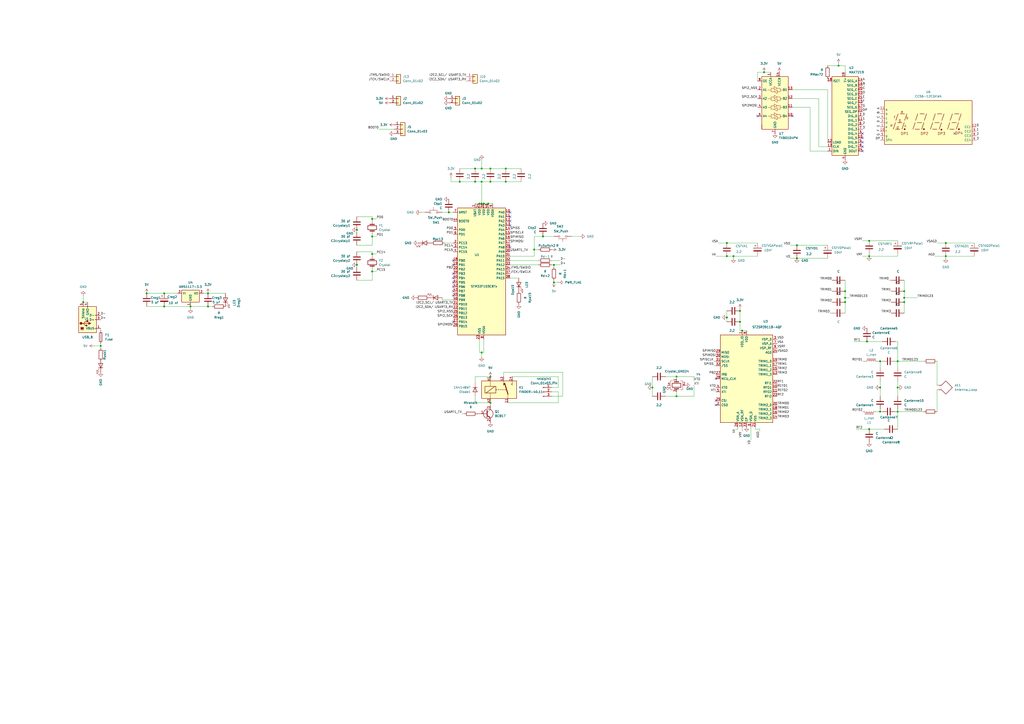
<source format=kicad_sch>
(kicad_sch (version 20231120) (generator "eeschema") (generator_version "8.0")
  (paper "A2")
  (lib_symbols
    (symbol "Connector:Conn_01x03_Pin" (pin_names (offset 1.016) hide)
      (property "Reference" "J" (at 0 5.08 0))
      (property "Value" "Conn_01x03_Pin" (at 0 -5.08 0))
      (symbol "Conn_01x03_Pin_1_1"
        (pin passive line (at 5.08 2.54 180) (length 3.81) (name "Pin_1") (number "1"))
        (pin passive line (at 5.08 0 180) (length 3.81) (name "Pin_2") (number "2"))
        (pin passive line (at 5.08 -2.54 180) (length 3.81) (name "Pin_3") (number "3"))
      )
    )
    (symbol "Connector:USB_B" (pin_names (offset 1.016))
      (property "Reference" "J" (at -5.08 11.43 0))
      (property "Value" "USB_B" (at -5.08 8.89 0))
      (symbol "USB_B_1_1"
        (pin power_out line (at 7.62 5.08 180) (length 2.54) (name "VBUS") (number "1"))
        (pin bidirectional line (at 7.62 -2.54 180) (length 2.54) (name "D-") (number "2"))
        (pin bidirectional line (at 7.62 0 180) (length 2.54) (name "D+") (number "3"))
        (pin power_out line (at 0 -10.16 90) (length 2.54) (name "GND") (number "4"))
        (pin passive line (at -2.54 -10.16 90) (length 2.54) (name "Shield") (number "5"))
      )
    )
    (symbol "Connector_Generic:Conn_01x02" (pin_names (offset 1.016) hide)
      (property "Reference" "J" (at 0 2.54 0))
      (property "Value" "Conn_01x02" (at 0 -5.08 0))
      (symbol "Conn_01x02_1_1"
        (pin passive line (at -5.08 0 0) (length 3.81) (name "Pin_1") (number "1"))
        (pin passive line (at -5.08 -2.54 0) (length 3.81) (name "Pin_2") (number "2"))
      )
    )
    (symbol "Connector_Generic:Conn_01x03" (pin_names (offset 1.016) hide)
      (property "Reference" "J" (at 0 5.08 0))
      (property "Value" "Conn_01x03" (at 0 -5.08 0))
      (symbol "Conn_01x03_1_1"
        (pin passive line (at -5.08 2.54 0) (length 3.81) (name "Pin_1") (number "1"))
        (pin passive line (at -5.08 0 0) (length 3.81) (name "Pin_2") (number "2"))
        (pin passive line (at -5.08 -2.54 0) (length 3.81) (name "Pin_3") (number "3"))
      )
    )
    (symbol "Device:Antenna_Loop" (pin_numbers hide) (pin_names (offset 1.016) hide)
      (property "Reference" "AE" (at 1.27 6.35 0))
      (property "Value" "Antenna_Loop" (at 1.27 5.08 0))
      (symbol "Antenna_Loop_1_1"
        (pin input line (at 0 -5.08 90) (length 2.54) (name "~") (number "1"))
        (pin input line (at 2.54 -5.08 90) (length 2.54) (name "~") (number "2"))
      )
    )
    (symbol "Device:C" (pin_numbers hide) (pin_names (offset 0.254))
      (property "Reference" "C" (at 0.635 2.54 0))
      (property "Value" "C" (at 0.635 -2.54 0))
      (symbol "C_1_1"
        (pin passive line (at 0 3.81 270) (length 2.794) (name "~") (number "1"))
        (pin passive line (at 0 -3.81 90) (length 2.794) (name "~") (number "2"))
      )
    )
    (symbol "Device:C_Polarized" (pin_numbers hide) (pin_names (offset 0.254))
      (property "Reference" "C" (at 0.635 2.54 0))
      (property "Value" "C_Polarized" (at 0.635 -2.54 0))
      (symbol "C_Polarized_1_1"
        (pin passive line (at 0 3.81 270) (length 2.794) (name "~") (number "1"))
        (pin passive line (at 0 -3.81 90) (length 2.794) (name "~") (number "2"))
      )
    )
    (symbol "Device:Crystal" (pin_numbers hide) (pin_names (offset 1.016) hide)
      (property "Reference" "Y" (at 0 3.81 0))
      (property "Value" "Crystal" (at 0 -3.81 0))
      (symbol "Crystal_1_1"
        (pin passive line (at -3.81 0 0) (length 1.27) (name "1") (number "1"))
        (pin passive line (at 3.81 0 180) (length 1.27) (name "2") (number "2"))
      )
    )
    (symbol "Device:Crystal_GND24" (pin_names (offset 1.016) hide)
      (property "Reference" "Y" (at 3.175 5.08 0))
      (property "Value" "Crystal_GND24" (at 3.175 3.175 0))
      (symbol "Crystal_GND24_1_1"
        (pin passive line (at -3.81 0 0) (length 1.27) (name "1") (number "1"))
        (pin passive line (at 0 5.08 270) (length 1.27) (name "2") (number "2"))
        (pin passive line (at 3.81 0 180) (length 1.27) (name "3") (number "3"))
        (pin passive line (at 0 -5.08 90) (length 1.27) (name "4") (number "4"))
      )
    )
    (symbol "Device:Fuse" (pin_numbers hide) (pin_names (offset 0))
      (property "Reference" "F" (at 2.032 0 90))
      (property "Value" "Fuse" (at -1.905 0 90))
      (symbol "Fuse_1_1"
        (pin passive line (at 0 3.81 270) (length 1.27) (name "~") (number "1"))
        (pin passive line (at 0 -3.81 90) (length 1.27) (name "~") (number "2"))
      )
    )
    (symbol "Device:LED" (pin_numbers hide) (pin_names (offset 1.016) hide)
      (property "Reference" "D" (at 0 2.54 0))
      (property "Value" "LED" (at 0 -2.54 0))
      (symbol "LED_1_1"
        (pin passive line (at -3.81 0 0) (length 2.54) (name "K") (number "1"))
        (pin passive line (at 3.81 0 180) (length 2.54) (name "A") (number "2"))
      )
    )
    (symbol "Device:L_Iron" (pin_numbers hide) (pin_names (offset 1.016) hide)
      (property "Reference" "L" (at -1.27 0 90))
      (property "Value" "L_Iron" (at 2.794 0 90))
      (symbol "L_Iron_1_1"
        (pin passive line (at 0 3.81 270) (length 1.27) (name "1") (number "1"))
        (pin passive line (at 0 -3.81 90) (length 1.27) (name "2") (number "2"))
      )
    )
    (symbol "Device:R" (pin_numbers hide) (pin_names (offset 0))
      (property "Reference" "R" (at 2.032 0 90))
      (property "Value" "R" (at 0 0 90))
      (symbol "R_1_1"
        (pin passive line (at 0 3.81 270) (length 1.27) (name "~") (number "1"))
        (pin passive line (at 0 -3.81 90) (length 1.27) (name "~") (number "2"))
      )
    )
    (symbol "Diode:1N4148WT" (pin_numbers hide) (pin_names hide)
      (property "Reference" "D" (at 0 2.54 0))
      (property "Value" "1N4148WT" (at 0 -2.54 0))
      (symbol "1N4148WT_1_1"
        (pin passive line (at -3.81 0 0) (length 2.54) (name "K") (number "1"))
        (pin passive line (at 3.81 0 180) (length 2.54) (name "A") (number "2"))
      )
    )
    (symbol "Display_Character:CC56-12CGKWA"
      (property "Reference" "U" (at -24.13 13.97 0))
      (property "Value" "CC56-12CGKWA" (at 17.78 13.97 0))
      (symbol "CC56-12CGKWA_0_0"
        (text "a" (at -15.24 6.35 0) (effects (font (size 1.524 1.524))))
        (text "b" (at -12.192 2.794 0) (effects (font (size 1.524 1.524))))
        (text "c" (at -13.208 -1.778 0) (effects (font (size 1.524 1.524))))
        (text "d" (at -17.78 -2.794 0) (effects (font (size 1.524 1.524))))
        (text "DP1" (at -13.716 -6.35 0) (effects (font (size 1.524 1.524))))
        (text "DP2" (at -2.286 -6.35 0) (effects (font (size 1.524 1.524))))
        (text "DP3" (at 7.62 -6.35 0) (effects (font (size 1.524 1.524))))
        (text "DP4" (at 17.78 -6.096 0) (effects (font (size 1.524 1.524))))
        (text "e" (at -21.336 -1.524 0) (effects (font (size 1.524 1.524))))
        (text "f" (at -19.558 3.048 0) (effects (font (size 1.524 1.524))))
        (text "g" (at -16.51 1.524 0) (effects (font (size 1.524 1.524))))
      )
      (symbol "CC56-12CGKWA_1_1"
        (pin input line (at -27.94 -2.54 0) (length 2.54) (name "e") (number "1"))
        (pin input line (at -27.94 -5.08 0) (length 2.54) (name "f") (number "10"))
        (pin input line (at -27.94 7.62 0) (length 2.54) (name "a") (number "11"))
        (pin input line (at 27.94 -2.54 180) (length 2.54) (name "CC1") (number "12"))
        (pin input line (at -27.94 0 0) (length 2.54) (name "d") (number "2"))
        (pin input line (at -27.94 -10.16 0) (length 2.54) (name "DPX") (number "3"))
        (pin input line (at -27.94 2.54 0) (length 2.54) (name "c") (number "4"))
        (pin input line (at -27.94 -7.62 0) (length 2.54) (name "g") (number "5"))
        (pin input line (at 27.94 -10.16 180) (length 2.54) (name "CC4") (number "6"))
        (pin input line (at -27.94 5.08 0) (length 2.54) (name "b") (number "7"))
        (pin input line (at 27.94 -7.62 180) (length 2.54) (name "CC3") (number "8"))
        (pin input line (at 27.94 -5.08 180) (length 2.54) (name "CC2") (number "9"))
      )
    )
    (symbol "Driver_LED:MAX7219"
      (property "Reference" "U" (at -6.35 24.13 0))
      (property "Value" "MAX7219" (at 1.27 25.4 0))
      (symbol "MAX7219_1_1"
        (pin input line (at -10.16 -20.32 0) (length 2.54) (name "DIN") (number "1"))
        (pin output line (at 10.16 -12.7 180) (length 2.54) (name "DIG_5") (number "10"))
        (pin output line (at 10.16 -2.54 180) (length 2.54) (name "DIG_1") (number "11"))
        (pin input line (at -10.16 -15.24 0) (length 2.54) (name "LOAD") (number "12"))
        (pin input line (at -10.16 -17.78 0) (length 2.54) (name "CLK") (number "13"))
        (pin output line (at 10.16 20.32 180) (length 2.54) (name "SEG_A") (number "14"))
        (pin output line (at 10.16 7.62 180) (length 2.54) (name "SEG_F") (number "15"))
        (pin output line (at 10.16 17.78 180) (length 2.54) (name "SEG_B") (number "16"))
        (pin output line (at 10.16 5.08 180) (length 2.54) (name "SEG_G") (number "17"))
        (pin input line (at -10.16 20.32 0) (length 2.54) (name "ISET") (number "18"))
        (pin power_in line (at 0 25.4 270) (length 2.54) (name "V+") (number "19"))
        (pin output line (at 10.16 0 180) (length 2.54) (name "DIG_0") (number "2"))
        (pin output line (at 10.16 15.24 180) (length 2.54) (name "SEG_C") (number "20"))
        (pin output line (at 10.16 10.16 180) (length 2.54) (name "SEG_E") (number "21"))
        (pin output line (at 10.16 2.54 180) (length 2.54) (name "SEG_DP") (number "22"))
        (pin output line (at 10.16 12.7 180) (length 2.54) (name "SEG_D") (number "23"))
        (pin output line (at 10.16 -20.32 180) (length 2.54) (name "DOUT") (number "24"))
        (pin output line (at 10.16 -10.16 180) (length 2.54) (name "DIG_4") (number "3"))
        (pin power_in line (at 0 -25.4 90) (length 2.54) (name "GND") (number "4"))
        (pin output line (at 10.16 -15.24 180) (length 2.54) (name "DIG_6") (number "5"))
        (pin output line (at 10.16 -5.08 180) (length 2.54) (name "DIG_2") (number "6"))
        (pin output line (at 10.16 -7.62 180) (length 2.54) (name "DIG_3") (number "7"))
        (pin output line (at 10.16 -17.78 180) (length 2.54) (name "DIG_7") (number "8"))
        (pin passive line (at 0 -25.4 90) (length 2.54) hide (name "GND") (number "9"))
      )
    )
    (symbol "Logic_LevelTranslator:TXB0104PW"
      (property "Reference" "U" (at -6.35 16.51 0))
      (property "Value" "TXB0104PW" (at 3.81 16.51 0))
      (symbol "TXB0104PW_1_1"
        (pin power_in line (at -2.54 17.78 270) (length 2.54) (name "VCCA") (number "1"))
        (pin bidirectional line (at 10.16 -7.62 180) (length 2.54) (name "B4") (number "10"))
        (pin bidirectional line (at 10.16 -2.54 180) (length 2.54) (name "B3") (number "11"))
        (pin bidirectional line (at 10.16 2.54 180) (length 2.54) (name "B2") (number "12"))
        (pin bidirectional line (at 10.16 7.62 180) (length 2.54) (name "B1") (number "13"))
        (pin power_in line (at 2.54 17.78 270) (length 2.54) (name "VCCB") (number "14"))
        (pin bidirectional line (at -10.16 7.62 0) (length 2.54) (name "A1") (number "2"))
        (pin bidirectional line (at -10.16 2.54 0) (length 2.54) (name "A2") (number "3"))
        (pin bidirectional line (at -10.16 -2.54 0) (length 2.54) (name "A3") (number "4"))
        (pin bidirectional line (at -10.16 -7.62 0) (length 2.54) (name "A4") (number "5"))
        (pin no_connect line (at -7.62 -12.7 0) (length 2.54) hide (name "NC") (number "6"))
        (pin power_in line (at 0 -17.78 90) (length 2.54) (name "GND") (number "7"))
        (pin input line (at -10.16 12.7 0) (length 2.54) (name "OE") (number "8"))
        (pin no_connect line (at 7.62 -12.7 180) (length 2.54) hide (name "NC") (number "9"))
      )
    )
    (symbol "MCU_ST_STM32F1:STM32F103C8Tx"
      (property "Reference" "U" (at -12.7 39.37 0))
      (property "Value" "STM32F103C8Tx" (at 10.16 39.37 0))
      (symbol "STM32F103C8Tx_1_1"
        (pin power_in line (at -2.54 40.64 270) (length 2.54) (name "VBAT") (number "1"))
        (pin bidirectional line (at 17.78 35.56 180) (length 2.54) (name "PA0") (number "10"))
        (pin bidirectional line (at 17.78 33.02 180) (length 2.54) (name "PA1") (number "11"))
        (pin bidirectional line (at 17.78 30.48 180) (length 2.54) (name "PA2") (number "12"))
        (pin bidirectional line (at 17.78 27.94 180) (length 2.54) (name "PA3") (number "13"))
        (pin bidirectional line (at 17.78 25.4 180) (length 2.54) (name "PA4") (number "14"))
        (pin bidirectional line (at 17.78 22.86 180) (length 2.54) (name "PA5") (number "15"))
        (pin bidirectional line (at 17.78 20.32 180) (length 2.54) (name "PA6") (number "16"))
        (pin bidirectional line (at 17.78 17.78 180) (length 2.54) (name "PA7") (number "17"))
        (pin bidirectional line (at -15.24 7.62 0) (length 2.54) (name "PB0") (number "18"))
        (pin bidirectional line (at -15.24 5.08 0) (length 2.54) (name "PB1") (number "19"))
        (pin bidirectional line (at -15.24 17.78 0) (length 2.54) (name "PC13") (number "2"))
        (pin bidirectional line (at -15.24 2.54 0) (length 2.54) (name "PB2") (number "20"))
        (pin bidirectional line (at -15.24 -17.78 0) (length 2.54) (name "PB10") (number "21"))
        (pin bidirectional line (at -15.24 -20.32 0) (length 2.54) (name "PB11") (number "22"))
        (pin power_in line (at 0 -38.1 90) (length 2.54) (name "VSS") (number "23"))
        (pin power_in line (at 0 40.64 270) (length 2.54) (name "VDD") (number "24"))
        (pin bidirectional line (at -15.24 -22.86 0) (length 2.54) (name "PB12") (number "25"))
        (pin bidirectional line (at -15.24 -25.4 0) (length 2.54) (name "PB13") (number "26"))
        (pin bidirectional line (at -15.24 -27.94 0) (length 2.54) (name "PB14") (number "27"))
        (pin bidirectional line (at -15.24 -30.48 0) (length 2.54) (name "PB15") (number "28"))
        (pin bidirectional line (at 17.78 15.24 180) (length 2.54) (name "PA8") (number "29"))
        (pin bidirectional line (at -15.24 15.24 0) (length 2.54) (name "PC14") (number "3"))
        (pin bidirectional line (at 17.78 12.7 180) (length 2.54) (name "PA9") (number "30"))
        (pin bidirectional line (at 17.78 10.16 180) (length 2.54) (name "PA10") (number "31"))
        (pin bidirectional line (at 17.78 7.62 180) (length 2.54) (name "PA11") (number "32"))
        (pin bidirectional line (at 17.78 5.08 180) (length 2.54) (name "PA12") (number "33"))
        (pin bidirectional line (at 17.78 2.54 180) (length 2.54) (name "PA13") (number "34"))
        (pin passive line (at 0 -38.1 90) (length 2.54) hide (name "VSS") (number "35"))
        (pin power_in line (at 2.54 40.64 270) (length 2.54) (name "VDD") (number "36"))
        (pin bidirectional line (at 17.78 0 180) (length 2.54) (name "PA14") (number "37"))
        (pin bidirectional line (at 17.78 -2.54 180) (length 2.54) (name "PA15") (number "38"))
        (pin bidirectional line (at -15.24 0 0) (length 2.54) (name "PB3") (number "39"))
        (pin bidirectional line (at -15.24 12.7 0) (length 2.54) (name "PC15") (number "4"))
        (pin bidirectional line (at -15.24 -2.54 0) (length 2.54) (name "PB4") (number "40"))
        (pin bidirectional line (at -15.24 -5.08 0) (length 2.54) (name "PB5") (number "41"))
        (pin bidirectional line (at -15.24 -7.62 0) (length 2.54) (name "PB6") (number "42"))
        (pin bidirectional line (at -15.24 -10.16 0) (length 2.54) (name "PB7") (number "43"))
        (pin input line (at -15.24 30.48 0) (length 2.54) (name "BOOT0") (number "44"))
        (pin bidirectional line (at -15.24 -12.7 0) (length 2.54) (name "PB8") (number "45"))
        (pin bidirectional line (at -15.24 -15.24 0) (length 2.54) (name "PB9") (number "46"))
        (pin passive line (at 0 -38.1 90) (length 2.54) hide (name "VSS") (number "47"))
        (pin power_in line (at 5.08 40.64 270) (length 2.54) (name "VDD") (number "48"))
        (pin bidirectional line (at -15.24 25.4 0) (length 2.54) (name "PD0") (number "5"))
        (pin bidirectional line (at -15.24 22.86 0) (length 2.54) (name "PD1") (number "6"))
        (pin input line (at -15.24 35.56 0) (length 2.54) (name "NRST") (number "7"))
        (pin power_in line (at 2.54 -38.1 90) (length 2.54) (name "VSSA") (number "8"))
        (pin power_in line (at 7.62 40.64 270) (length 2.54) (name "VDDA") (number "9"))
      )
    )
    (symbol "RF_NFC:ST25R3911B-AQF"
      (property "Reference" "U" (at -13.97 26.67 0))
      (property "Value" "ST25R3911B-AQF" (at 10.16 26.67 0))
      (symbol "ST25R3911B-AQF_1_1"
        (pin power_in line (at -2.54 27.94 270) (length 2.54) (name "VDD_IO") (number "1"))
        (pin output line (at 17.78 -5.08 180) (length 2.54) (name "RFO1") (number "10"))
        (pin output line (at 17.78 -7.62 180) (length 2.54) (name "RFO2") (number "11"))
        (pin power_in line (at -2.54 -27.94 90) (length 2.54) (name "VSN_RF") (number "12"))
        (pin passive line (at 17.78 2.54 180) (length 2.54) (name "TRIM1_3") (number "13"))
        (pin passive line (at 17.78 -22.86 180) (length 2.54) (name "TRIM2_3") (number "14"))
        (pin passive line (at 17.78 5.08 180) (length 2.54) (name "TRIM1_2") (number "15"))
        (pin passive line (at 17.78 -20.32 180) (length 2.54) (name "TRIM2_2") (number "16"))
        (pin passive line (at 17.78 7.62 180) (length 2.54) (name "TRIM1_1") (number "17"))
        (pin passive line (at 17.78 -17.78 180) (length 2.54) (name "TRIM2_1") (number "18"))
        (pin passive line (at 17.78 10.16 180) (length 2.54) (name "TRIM1_0") (number "19"))
        (pin output line (at -17.78 -15.24 0) (length 2.54) (name "CSO") (number "2"))
        (pin passive line (at 17.78 -15.24 180) (length 2.54) (name "TRIM2_0") (number "20"))
        (pin power_in line (at 5.08 -27.94 90) (length 2.54) (name "VSS") (number "21"))
        (pin passive line (at 17.78 -2.54 180) (length 2.54) (name "RFI1") (number "22"))
        (pin passive line (at 17.78 -10.16 180) (length 2.54) (name "RFI2") (number "23"))
        (pin passive line (at 17.78 15.24 180) (length 2.54) (name "AGD") (number "24"))
        (pin passive line (at -17.78 -12.7 0) (length 2.54) (name "CSI") (number "25"))
        (pin power_in line (at -5.08 -27.94 90) (length 2.54) (name "VSN_A") (number "26"))
        (pin output line (at -17.78 2.54 0) (length 2.54) (name "IRQ") (number "27"))
        (pin output line (at -17.78 0 0) (length 2.54) (name "MCU_CLK") (number "28"))
        (pin output line (at -17.78 15.24 0) (length 2.54) (name "MISO") (number "29"))
        (pin power_out line (at 17.78 22.86 180) (length 2.54) (name "VSP_D") (number "3"))
        (pin input line (at -17.78 12.7 0) (length 2.54) (name "MOSI") (number "30"))
        (pin input line (at -17.78 10.16 0) (length 2.54) (name "SCLK") (number "31"))
        (pin input line (at -17.78 7.62 0) (length 2.54) (name "/SS") (number "32"))
        (pin power_in line (at 0 -27.94 90) (length 2.54) (name "EP") (number "33"))
        (pin output line (at -17.78 -5.08 0) (length 2.54) (name "XTO") (number "4"))
        (pin passive line (at -17.78 -7.62 0) (length 2.54) (name "XTI") (number "5"))
        (pin power_in line (at 2.54 -27.94 90) (length 2.54) (name "VSN_D") (number "6"))
        (pin power_out line (at 17.78 20.32 180) (length 2.54) (name "VSP_A") (number "7"))
        (pin power_in line (at 0 27.94 270) (length 2.54) (name "VDD") (number "8"))
        (pin power_out line (at 17.78 17.78 180) (length 2.54) (name "VSP_RF") (number "9"))
      )
    )
    (symbol "Regulator_Linear:AMS1117-3.3"
      (property "Reference" "U" (at -3.81 3.175 0))
      (property "Value" "AMS1117-3.3" (at 0 3.175 0))
      (symbol "AMS1117-3.3_1_1"
        (pin power_in line (at 0 -7.62 90) (length 2.54) (name "GND") (number "1"))
        (pin power_out line (at 7.62 0 180) (length 2.54) (name "VO") (number "2"))
        (pin power_in line (at -7.62 0 0) (length 2.54) (name "VI") (number "3"))
      )
    )
    (symbol "Relay:FINDER-40.11"
      (property "Reference" "K" (at 11.43 3.81 0))
      (property "Value" "FINDER-40.11" (at 11.43 1.27 0))
      (symbol "FINDER-40.11_1_1"
        (pin passive line (at 5.08 -7.62 90) (length 2.54) (name "~") (number "11"))
        (pin passive line (at 2.54 7.62 270) (length 2.54) (name "~") (number "12"))
        (pin passive line (at 7.62 7.62 270) (length 2.54) (name "~") (number "14"))
        (pin passive line (at -5.08 7.62 270) (length 2.54) (name "~") (number "A1"))
        (pin passive line (at -5.08 -7.62 90) (length 2.54) (name "~") (number "A2"))
      )
    )
    (symbol "Switch:SW_Push" (pin_numbers hide) (pin_names (offset 1.016) hide)
      (property "Reference" "SW" (at 1.27 2.54 0))
      (property "Value" "SW_Push" (at 0 -1.524 0))
      (symbol "SW_Push_0_1"
        (pin passive line (at -5.08 0 0) (length 2.54) (name "1") (number "1"))
        (pin passive line (at 5.08 0 180) (length 2.54) (name "2") (number "2"))
      )
    )
    (symbol "Transistor_BJT:BC817" (pin_names (offset 0) hide)
      (property "Reference" "Q" (at 5.08 1.905 0))
      (property "Value" "BC817" (at 5.08 0 0))
      (symbol "BC817_1_1"
        (pin input line (at -5.08 0 0) (length 5.715) (name "B") (number "1"))
        (pin passive line (at 2.54 -5.08 90) (length 2.54) (name "E") (number "2"))
        (pin passive line (at 2.54 5.08 270) (length 2.54) (name "C") (number "3"))
      )
    )
    (symbol "power:+3V3" (power) (pin_numbers hide) (pin_names (offset 0) hide)
      (property "Value" "+3V3" (at 0 3.556 0))
      (symbol "+3V3_1_1"
        (pin power_in line (at 0 0 90) (length 0) (name "~") (number "1"))
      )
    )
    (symbol "power:GND" (power) (pin_numbers hide) (pin_names (offset 0) hide)
      (property "Value" "GND" (at 0 -3.81 0))
      (symbol "GND_1_1"
        (pin power_in line (at 0 0 270) (length 0) (name "~") (number "1"))
      )
    )
    (symbol "power:PWR_FLAG" (power) (pin_numbers hide) (pin_names (offset 0) hide)
      (property "Value" "PWR_FLAG" (at 0 3.81 0))
      (symbol "PWR_FLAG_0_0"
        (pin power_out line (at 0 0 90) (length 0) (name "~") (number "1"))
      )
    )
  )
  (junction (at 504.19 139.7))
  (junction (at 502.92 198.12))
  (junction (at 504.19 248.92))
  (junction (at 510.54 224.79))
  (junction (at 490.22 175.26))
  (junction (at 207.01 133.35))
  (junction (at 520.7 238.76))
  (junction (at 283.21 118.11))
  (junction (at 275.59 97.79))
  (junction (at 284.48 97.79))
  (junction (at 524.51 168.91))
  (junction (at 48.26 175.26))
  (junction (at 524.51 172.72))
  (junction (at 215.9 157.48))
  (junction (at 280.67 118.11))
  (junction (at 95.25 170.18))
  (junction (at 309.88 144.78))
  (junction (at 215.9 127))
  (junction (at 279.4 204.47))
  (junction (at 120.65 170.18))
  (junction (at 95.25 177.8))
  (junction (at 392.43 229.87))
  (junction (at 120.65 177.8))
  (junction (at 520.7 224.79))
  (junction (at 215.9 137.16))
  (junction (at 490.22 172.72))
  (junction (at 321.31 163.83))
  (junction (at 110.49 177.8))
  (junction (at 279.4 118.11))
  (junction (at 266.7 105.41))
  (junction (at 85.09 170.18))
  (junction (at 462.28 149.86))
  (junction (at 443.23 41.91))
  (junction (at 486.41 38.1))
  (junction (at 429.26 180.34))
  (junction (at 462.28 142.24))
  (junction (at 284.48 233.68))
  (junction (at 260.35 123.19))
  (junction (at 279.4 97.79))
  (junction (at 58.42 200.66))
  (junction (at 314.96 137.16))
  (junction (at 429.26 186.69))
  (junction (at 520.7 209.55))
  (junction (at 278.13 118.11))
  (junction (at 207.01 153.67))
  (junction (at 284.48 218.44))
  (junction (at 284.48 105.41))
  (junction (at 510.54 209.55))
  (junction (at 524.51 175.26))
  (junction (at 321.31 153.67))
  (junction (at 421.64 184.15))
  (junction (at 421.64 140.97))
  (junction (at 504.19 148.59))
  (junction (at 430.53 191.77))
  (junction (at 490.22 168.91))
  (junction (at 293.37 97.79))
  (junction (at 275.59 105.41))
  (junction (at 510.54 238.76))
  (junction (at 378.46 224.79))
  (junction (at 215.9 147.32))
  (junction (at 548.64 148.59))
  (junction (at 548.64 140.97))
  (junction (at 421.64 148.59))
  (junction (at 425.45 148.59))
  (junction (at 279.4 105.41))
  (junction (at 293.37 105.41))
  (junction (at 392.43 218.44))
  (no_connect (at 262.89 161.29))
  (no_connect (at 415.29 232.41))
  (no_connect (at 459.74 67.31))
  (no_connect (at 262.89 163.83))
  (no_connect (at 500.38 80.01))
  (no_connect (at 500.38 77.47))
  (no_connect (at 262.89 158.75))
  (no_connect (at 295.91 130.81))
  (no_connect (at 415.29 234.95))
  (no_connect (at 262.89 151.13))
  (no_connect (at 553.72 77.47))
  (no_connect (at 500.38 87.63))
  (no_connect (at 295.91 123.19))
  (no_connect (at 262.89 186.69))
  (no_connect (at 295.91 128.27))
  (no_connect (at 262.89 153.67))
  (no_connect (at 295.91 143.51))
  (no_connect (at 262.89 168.91))
  (no_connect (at 415.29 219.71))
  (no_connect (at 439.42 67.31))
  (no_connect (at 262.89 171.45))
  (no_connect (at 295.91 125.73))
  (no_connect (at 262.89 166.37))
  (no_connect (at 500.38 85.09))
  (no_connect (at 500.38 82.55))
  (wire (pts (xy 427.99 248.92) (xy 427.99 247.65)))
  (wire (pts (xy 284.48 97.79) (xy 293.37 97.79)))
  (wire (pts (xy 218.44 147.32) (xy 215.9 147.32)))
  (wire (pts (xy 215.9 125.73) (xy 207.01 125.73)))
  (wire (pts (xy 462.28 149.86) (xy 480.06 149.86)))
  (wire (pts (xy 504.19 148.59) (xy 520.7 148.59)))
  (wire (pts (xy 85.09 170.18) (xy 95.25 170.18)))
  (wire (pts (xy 510.54 237.49) (xy 510.54 238.76)))
  (wire (pts (xy 278.13 118.11) (xy 279.4 118.11)))
  (wire (pts (xy 415.29 148.59) (xy 421.64 148.59)))
  (wire (pts (xy 325.12 151.13) (xy 320.04 151.13)))
  (wire (pts (xy 524.51 172.72) (xy 532.13 172.72)))
  (wire (pts (xy 490.22 38.1) (xy 490.22 41.91)))
  (wire (pts (xy 416.56 140.97) (xy 421.64 140.97)))
  (wire (pts (xy 520.7 220.98) (xy 520.7 224.79)))
  (wire (pts (xy 429.26 180.34) (xy 429.26 186.69)))
  (wire (pts (xy 218.44 127) (xy 215.9 127)))
  (wire (pts (xy 496.57 248.92) (xy 504.19 248.92)))
  (wire (pts (xy 425.45 149.86) (xy 425.45 148.59)))
  (wire (pts (xy 524.51 162.56) (xy 524.51 168.91)))
  (wire (pts (xy 511.81 209.55) (xy 510.54 209.55)))
  (wire (pts (xy 266.7 97.79) (xy 275.59 97.79)))
  (wire (pts (xy 542.29 148.59) (xy 548.64 148.59)))
  (wire (pts (xy 520.7 198.12) (xy 520.7 209.55)))
  (wire (pts (xy 314.96 137.16) (xy 309.88 137.16)))
  (wire (pts (xy 118.11 170.18) (xy 120.65 170.18)))
  (wire (pts (xy 275.59 97.79) (xy 279.4 97.79)))
  (wire (pts (xy 510.54 224.79) (xy 510.54 229.87)))
  (wire (pts (xy 48.26 175.26) (xy 48.26 171.45)))
  (wire (pts (xy 543.56 223.52) (xy 543.56 209.55)))
  (wire (pts (xy 312.42 153.67) (xy 295.91 153.67)))
  (wire (pts (xy 278.13 204.47) (xy 278.13 196.85)))
  (wire (pts (xy 524.51 172.72) (xy 524.51 168.91)))
  (wire (pts (xy 429.26 179.07) (xy 429.26 180.34)))
  (wire (pts (xy 85.09 177.8) (xy 95.25 177.8)))
  (wire (pts (xy 336.55 137.16) (xy 331.47 137.16)))
  (wire (pts (xy 215.9 146.05) (xy 207.01 146.05)))
  (wire (pts (xy 54.61 200.66) (xy 58.42 200.66)))
  (wire (pts (xy 110.49 177.8) (xy 120.65 177.8)))
  (wire (pts (xy 261.62 102.87) (xy 261.62 105.41)))
  (wire (pts (xy 415.29 209.55) (xy 414.02 209.55)))
  (wire (pts (xy 300.99 161.29) (xy 295.91 161.29)))
  (wire (pts (xy 275.59 105.41) (xy 279.4 105.41)))
  (wire (pts (xy 439.42 41.91) (xy 439.42 46.99)))
  (wire (pts (xy 256.54 173.99) (xy 262.89 173.99)))
  (wire (pts (xy 386.08 218.44) (xy 392.43 218.44)))
  (wire (pts (xy 215.9 162.56) (xy 207.01 162.56)))
  (wire (pts (xy 323.85 224.79) (xy 320.04 224.79)))
  (wire (pts (xy 421.64 180.34) (xy 421.64 184.15)))
  (wire (pts (xy 548.64 140.97) (xy 565.15 140.97)))
  (wire (pts (xy 524.51 175.26) (xy 524.51 181.61)))
  (wire (pts (xy 480.06 45.72) (xy 480.06 46.99)))
  (wire (pts (xy 309.88 137.16) (xy 309.88 144.78)))
  (wire (pts (xy 279.4 105.41) (xy 279.4 118.11)))
  (wire (pts (xy 323.85 218.44) (xy 323.85 224.79)))
  (wire (pts (xy 415.29 212.09) (xy 414.02 212.09)))
  (wire (pts (xy 510.54 238.76) (xy 511.81 238.76)))
  (wire (pts (xy 469.9 87.63) (xy 480.06 87.63)))
  (wire (pts (xy 402.59 223.52) (xy 402.59 229.87)))
  (wire (pts (xy 520.7 238.76) (xy 520.7 248.92)))
  (wire (pts (xy 256.54 172.72) (xy 256.54 173.99)))
  (wire (pts (xy 490.22 162.56) (xy 490.22 168.91)))
  (wire (pts (xy 474.98 85.09) (xy 480.06 85.09)))
  (wire (pts (xy 435.61 255.27) (xy 435.61 247.65)))
  (wire (pts (xy 438.15 248.92) (xy 438.15 247.65)))
  (wire (pts (xy 275.59 118.11) (xy 278.13 118.11)))
  (wire (pts (xy 447.04 41.91) (xy 443.23 41.91)))
  (wire (pts (xy 504.19 248.92) (xy 513.08 248.92)))
  (wire (pts (xy 480.06 38.1) (xy 486.41 38.1)))
  (wire (pts (xy 215.9 148.59) (xy 215.9 147.32)))
  (wire (pts (xy 215.9 137.16) (xy 215.9 135.89)))
  (wire (pts (xy 207.01 134.62) (xy 207.01 133.35)))
  (wire (pts (xy 495.3 198.12) (xy 502.92 198.12)))
  (wire (pts (xy 58.42 199.39) (xy 58.42 200.66)))
  (wire (pts (xy 548.64 149.86) (xy 548.64 148.59)))
  (wire (pts (xy 58.42 191.77) (xy 58.42 190.5)))
  (wire (pts (xy 323.85 227.33) (xy 320.04 227.33)))
  (wire (pts (xy 279.4 97.79) (xy 279.4 92.71)))
  (wire (pts (xy 516.89 162.56) (xy 515.62 162.56)))
  (wire (pts (xy 469.9 62.23) (xy 459.74 62.23)))
  (wire (pts (xy 509.27 209.55) (xy 510.54 209.55)))
  (wire (pts (xy 284.48 234.95) (xy 284.48 233.68)))
  (wire (pts (xy 325.12 153.67) (xy 321.31 153.67)))
  (wire (pts (xy 429.26 191.77) (xy 430.53 191.77)))
  (wire (pts (xy 321.31 137.16) (xy 314.96 137.16)))
  (wire (pts (xy 378.46 224.79) (xy 378.46 229.87)))
  (wire (pts (xy 309.88 144.78) (xy 309.88 148.59)))
  (wire (pts (xy 474.98 57.15) (xy 474.98 85.09)))
  (wire (pts (xy 279.4 204.47) (xy 278.13 204.47)))
  (wire (pts (xy 480.06 52.07) (xy 480.06 82.55)))
  (wire (pts (xy 321.31 154.94) (xy 321.31 153.67)))
  (wire (pts (xy 474.98 57.15) (xy 459.74 57.15)))
  (wire (pts (xy 500.38 139.7) (xy 504.19 139.7)))
  (wire (pts (xy 321.31 163.83) (xy 323.85 163.83)))
  (wire (pts (xy 326.39 215.9) (xy 292.1 215.9)))
  (wire (pts (xy 486.41 36.83) (xy 486.41 38.1)))
  (wire (pts (xy 504.19 139.7) (xy 520.7 139.7)))
  (wire (pts (xy 120.65 177.8) (xy 123.19 177.8)))
  (wire (pts (xy 421.64 148.59) (xy 425.45 148.59)))
  (wire (pts (xy 508 238.76) (xy 510.54 238.76)))
  (wire (pts (xy 440.69 248.92) (xy 438.15 248.92)))
  (wire (pts (xy 519.43 198.12) (xy 520.7 198.12)))
  (wire (pts (xy 219.71 74.93) (xy 228.6 74.93)))
  (wire (pts (xy 386.08 229.87) (xy 392.43 229.87)))
  (wire (pts (xy 215.9 128.27) (xy 215.9 127)))
  (wire (pts (xy 543.56 226.06) (xy 543.56 238.76)))
  (wire (pts (xy 458.47 142.24) (xy 462.28 142.24)))
  (wire (pts (xy 510.54 220.98) (xy 510.54 224.79)))
  (wire (pts (xy 504.19 148.59) (xy 504.19 147.32)))
  (wire (pts (xy 482.6 181.61) (xy 481.33 181.61)))
  (wire (pts (xy 469.9 62.23) (xy 469.9 87.63)))
  (wire (pts (xy 48.26 175.26) (xy 50.8 175.26)))
  (wire (pts (xy 392.43 229.87) (xy 402.59 229.87)))
  (wire (pts (xy 430.53 250.19) (xy 430.53 247.65)))
  (wire (pts (xy 486.41 38.1) (xy 490.22 38.1)))
  (wire (pts (xy 283.21 118.11) (xy 285.75 118.11)))
  (wire (pts (xy 269.24 240.03) (xy 267.97 240.03)))
  (wire (pts (xy 392.43 218.44) (xy 402.59 218.44)))
  (wire (pts (xy 279.4 97.79) (xy 284.48 97.79)))
  (wire (pts (xy 520.7 238.76) (xy 535.94 238.76)))
  (wire (pts (xy 257.81 140.97) (xy 262.89 140.97)))
  (wire (pts (xy 293.37 97.79) (xy 302.26 97.79)))
  (wire (pts (xy 421.64 184.15) (xy 421.64 186.69)))
  (wire (pts (xy 256.54 123.19) (xy 260.35 123.19)))
  (wire (pts (xy 543.56 140.97) (xy 548.64 140.97)))
  (wire (pts (xy 275.59 229.87) (xy 275.59 233.68)))
  (wire (pts (xy 312.42 151.13) (xy 295.91 151.13)))
  (wire (pts (xy 502.92 198.12) (xy 511.81 198.12)))
  (wire (pts (xy 58.42 201.93) (xy 58.42 200.66)))
  (wire (pts (xy 321.31 163.83) (xy 321.31 162.56)))
  (wire (pts (xy 392.43 227.33) (xy 392.43 229.87)))
  (wire (pts (xy 500.38 209.55) (xy 501.65 209.55)))
  (wire (pts (xy 215.9 147.32) (xy 215.9 146.05)))
  (wire (pts (xy 520.7 224.79) (xy 520.7 229.87)))
  (wire (pts (xy 215.9 157.48) (xy 215.9 156.21)))
  (wire (pts (xy 207.01 154.94) (xy 207.01 153.67)))
  (wire (pts (xy 95.25 170.18) (xy 102.87 170.18)))
  (wire (pts (xy 443.23 41.91) (xy 439.42 41.91)))
  (wire (pts (xy 520.7 209.55) (xy 535.94 209.55)))
  (wire (pts (xy 280.67 204.47) (xy 279.4 204.47)))
  (wire (pts (xy 440.69 250.19) (xy 440.69 248.92)))
  (wire (pts (xy 326.39 229.87) (xy 320.04 229.87)))
  (wire (pts (xy 266.7 105.41) (xy 275.59 105.41)))
  (wire (pts (xy 378.46 218.44) (xy 378.46 224.79)))
  (wire (pts (xy 280.67 118.11) (xy 279.4 118.11)))
  (wire (pts (xy 215.9 162.56) (xy 215.9 157.48)))
  (wire (pts (xy 520.7 238.76) (xy 520.7 237.49)))
  (wire (pts (xy 284.48 105.41) (xy 293.37 105.41)))
  (wire (pts (xy 520.7 209.55) (xy 520.7 213.36)))
  (wire (pts (xy 321.31 153.67) (xy 320.04 153.67)))
  (wire (pts (xy 492.76 172.72) (xy 490.22 172.72)))
  (wire (pts (xy 294.64 233.68) (xy 323.85 233.68)))
  (wire (pts (xy 510.54 209.55) (xy 510.54 213.36)))
  (wire (pts (xy 500.38 148.59) (xy 504.19 148.59)))
  (wire (pts (xy 120.65 170.18) (xy 130.81 170.18)))
  (wire (pts (xy 426.72 248.92) (xy 427.99 248.92)))
  (wire (pts (xy 524.51 172.72) (xy 524.51 175.26)))
  (wire (pts (xy 218.44 137.16) (xy 215.9 137.16)))
  (wire (pts (xy 458.47 149.86) (xy 462.28 149.86)))
  (wire (pts (xy 95.25 177.8) (xy 110.49 177.8)))
  (wire (pts (xy 280.67 196.85) (xy 280.67 204.47)))
  (wire (pts (xy 429.26 186.69) (xy 429.26 191.77)))
  (wire (pts (xy 110.49 177.8) (xy 110.49 179.07)))
  (wire (pts (xy 246.38 123.19) (xy 243.84 123.19)))
  (wire (pts (xy 280.67 118.11) (xy 283.21 118.11)))
  (wire (pts (xy 520.7 148.59) (xy 520.7 147.32)))
  (wire (pts (xy 284.48 218.44) (xy 275.59 218.44)))
  (wire (pts (xy 279.4 207.01) (xy 279.4 204.47)))
  (wire (pts (xy 309.88 148.59) (xy 295.91 148.59)))
  (wire (pts (xy 548.64 148.59) (xy 565.15 148.59)))
  (wire (pts (xy 312.42 144.78) (xy 309.88 144.78)))
  (wire (pts (xy 490.22 172.72) (xy 490.22 175.26)))
  (wire (pts (xy 215.9 142.24) (xy 207.01 142.24)))
  (wire (pts (xy 519.43 209.55) (xy 520.7 209.55)))
  (wire (pts (xy 293.37 105.41) (xy 302.26 105.41)))
  (wire (pts (xy 215.9 142.24) (xy 215.9 137.16)))
  (wire (pts (xy 292.1 215.9) (xy 292.1 218.44)))
  (wire (pts (xy 215.9 127) (xy 215.9 125.73)))
  (wire (pts (xy 323.85 233.68) (xy 323.85 227.33)))
  (wire (pts (xy 430.53 191.77) (xy 433.07 191.77)))
  (wire (pts (xy 402.59 220.98) (xy 402.59 218.44)))
  (wire (pts (xy 260.35 123.19) (xy 262.89 123.19)))
  (wire (pts (xy 421.64 140.97) (xy 439.42 140.97)))
  (wire (pts (xy 459.74 52.07) (xy 480.06 52.07)))
  (wire (pts (xy 261.62 105.41) (xy 266.7 105.41)))
  (wire (pts (xy 392.43 218.44) (xy 392.43 219.71)))
  (wire (pts (xy 490.22 181.61) (xy 490.22 175.26)))
  (wire (pts (xy 519.43 238.76) (xy 520.7 238.76)))
  (wire (pts (xy 297.18 218.44) (xy 323.85 218.44)))
  (wire (pts (xy 462.28 142.24) (xy 480.06 142.24)))
  (wire (pts (xy 279.4 105.41) (xy 284.48 105.41)))
  (wire (pts (xy 425.45 148.59) (xy 439.42 148.59)))
  (wire (pts (xy 218.44 157.48) (xy 215.9 157.48)))
  (wire (pts (xy 58.42 209.55) (xy 58.42 208.28)))
  (wire (pts (xy 326.39 215.9) (xy 326.39 229.87)))
  (wire (pts (xy 490.22 168.91) (xy 490.22 172.72)))
  (wire (pts (xy 275.59 218.44) (xy 275.59 222.25)))
  (wire (pts (xy 275.59 233.68) (xy 284.48 233.68)))
  (label "DP" (at 510.54 81.28 180))
  (label "SPIMISO" (at 295.91 138.43 0))
  (label "AGD" (at 440.69 250.19 270))
  (label "VA" (at 426.72 248.92 270))
  (label "SPI2_NSS" (at 439.42 52.07 180))
  (label "SPI2_NSS" (at 262.89 181.61 180))
  (label "REF02" (at 450.85 227.33 0))
  (label "D-" (at 58.42 182.88 0))
  (label "1" (at 500.38 69.85 0))
  (label "PD1" (at 218.44 137.16 0))
  (label "SPIMOSI" (at 295.91 140.97 0))
  (label "SPIMISO" (at 415.29 204.47 180))
  (label "TRIM00" (at 482.6 162.56 180))
  (label "PB2" (at 415.29 217.17 180))
  (label "VSA" (at 416.56 140.97 180))
  (label "PC14" (at 262.89 143.51 180))
  (label "PD1" (at 262.89 135.89 180))
  (label "TRIM1" (at 450.85 212.09 0))
  (label "VSA" (at 450.85 199.39 0))
  (label " I2C2_SCL{slash} USART3_TX" (at 270.51 44.45 180))
  (label "JTCK{slash}SWCLK" (at 226.06 46.99 180))
  (label "VSRF" (at 450.85 201.93 0))
  (label "SPISS" (at 414.02 212.09 180))
  (label "BOOT0" (at 219.71 74.93 180))
  (label "2" (at 500.38 72.39 0))
  (label "DP" (at 500.38 64.77 0))
  (label "VRF" (at 430.53 250.19 270))
  (label "G" (at 500.38 62.23 0))
  (label "1" (at 566.42 76.2 0))
  (label "JTMS{slash}SWDIO" (at 295.91 156.21 0))
  (label "JTCK{slash}SWCLK" (at 295.91 158.75 0))
  (label "RF1" (at 495.3 198.12 0))
  (label "SPISCLK" (at 295.91 135.89 0))
  (label "VSRF" (at 500.38 139.7 180))
  (label "VSAGD" (at 450.85 204.47 0))
  (label "SPI2_SCK" (at 262.89 184.15 180))
  (label "SPISS" (at 295.91 133.35 0))
  (label "A" (at 510.54 63.5 90))
  (label "0" (at 500.38 67.31 0))
  (label "3" (at 500.38 74.93 0))
  (label "C" (at 510.54 68.58 90))
  (label " I2C2_SDA{slash} USART3_RX" (at 262.89 179.07 180))
  (label "VSAGD" (at 543.56 140.97 180))
  (label "AGD" (at 542.29 148.59 180))
  (label "TRIM00123" (at 524.51 238.76 0))
  (label "TRIM2" (at 516.89 175.26 180))
  (label "XTO" (at 402.59 220.98 0))
  (label "TRIM0" (at 515.62 162.56 180))
  (label " I2C2_SCL{slash} USART3_TX" (at 262.89 176.53 180))
  (label "TRIM1" (at 516.89 168.91 180))
  (label "SPIMOSI" (at 415.29 207.01 180))
  (label "SPI2MOSI" (at 262.89 189.23 180))
  (label "TRIM02" (at 450.85 240.03 0))
  (label "RF1" (at 450.85 222.25 0))
  (label "3" (at 566.42 81.28 0))
  (label "TRIM0" (at 450.85 209.55 0))
  (label "RF2" (at 450.85 229.87 0))
  (label "SPI2_SCK" (at 439.42 57.15 180))
  (label "PD0" (at 262.89 133.35 180))
  (label "PB2" (at 262.89 156.21 180))
  (label "TRIM00123" (at 492.76 172.72 0))
  (label "REF02" (at 500.38 238.76 180))
  (label "TRIM0123" (at 532.13 172.72 0))
  (label "TRIM00" (at 450.85 234.95 0))
  (label "USART1_TX" (at 267.97 240.03 180))
  (label "B" (at 510.54 66.04 90))
  (label "TRIM2" (at 450.85 214.63 0))
  (label "0" (at 566.42 73.66 0))
  (label "B" (at 500.38 49.53 0))
  (label "XTI" (at 402.59 223.52 0))
  (label "PC15" (at 218.44 157.48 0))
  (label "USART1_TX" (at 295.91 146.05 0))
  (label "C" (at 500.38 52.07 0))
  (label "RF2" (at 496.57 248.92 0))
  (label "F" (at 510.54 76.2 90))
  (label "TRIM02" (at 482.6 175.26 180))
  (label "D+" (at 58.42 185.42 0))
  (label "TRIM3" (at 516.89 181.61 180))
  (label "D" (at 500.38 54.61 0))
  (label "TRIM3" (at 450.85 217.17 0))
  (label "2" (at 566.42 78.74 0))
  (label " I2C2_SDA{slash} USART3_RX" (at 270.51 46.99 180))
  (label "SPISCLK" (at 414.02 209.55 180))
  (label "XTO" (at 415.29 224.79 180))
  (label "TRIM0123" (at 523.24 209.55 0))
  (label "D" (at 510.54 71.12 90))
  (label "JTMS{slash}SWDIO" (at 226.06 44.45 180))
  (label "VRF" (at 500.38 148.59 180))
  (label "VD" (at 458.47 149.86 180))
  (label "VSD" (at 458.47 142.24 180))
  (label "TRIM01" (at 450.85 237.49 0))
  (label "E" (at 500.38 57.15 0))
  (label "PD0" (at 218.44 127 0))
  (label "XTI" (at 415.29 227.33 180))
  (label "PC14" (at 218.44 147.32 0))
  (label "PC15" (at 262.89 146.05 180))
  (label "BOOT0" (at 262.89 128.27 180))
  (label "VA" (at 415.29 148.59 180))
  (label "SPI2MOSI" (at 439.42 62.23 180))
  (label "D-" (at 325.12 151.13 0))
  (label "G" (at 510.54 78.74 90))
  (label "A" (at 500.38 46.99 0))
  (label "REF01" (at 500.38 209.55 180))
  (label "VD" (at 435.61 255.27 270))
  (label "E" (at 510.54 73.66 90))
  (label "F" (at 500.38 59.69 0))
  (label "TRIM03" (at 481.33 181.61 180))
  (label "VSD" (at 450.85 196.85 0))
  (label "D+" (at 325.12 153.67 0))
  (label "TRIM01" (at 482.6 168.91 180))
  (label "REF01" (at 450.85 224.79 0))
  (label "TRIM03" (at 450.85 242.57 0))
  (symbol (lib_id "power:GND") (at 510.54 224.79 270) (unit 1)
    (property "Reference" "#PWR02" (effects (hide yes)))
    (property "Value" "GND" (at 506.73 224.7899 90) (effects (justify right)))
    (property "Description" "Power symbol creates a global label with name \"GND\" , ground" (effects (hide yes)))
  )
  (symbol (lib_id "Device:R") (at 316.23 144.78 90) (unit 1)
    (property "Reference" "PuSwitch2" (at 317.246 142.494 90))
    (property "Value" "R" (at 323.342 142.494 90))
    (property "Footprint" "Resistor_SMD:R_0603_1608Metric_Pad0.98x0.95mm_HandSolder" (effects (hide yes)))
    (property "Description" "Resistor" (effects (hide yes)))
  )
  (symbol (lib_id "Device:R") (at 539.75 209.55 90) (mirror x) (unit 1)
    (property "Reference" "Rantenne1" (effects (hide yes)))
    (property "Value" "R" (effects (hide yes)))
    (property "Footprint" "Resistor_SMD:R_0603_1608Metric_Pad0.98x0.95mm_HandSolder" (effects (hide yes)))
    (property "Description" "Resistor" (effects (hide yes)))
  )
  (symbol (lib_id "Switch:SW_Push") (at 326.39 137.16 180) (unit 1)
    (property "Reference" "SW2" (at 326.898 131.318 0) (effects (justify left)))
    (property "Value" "SW_Push" (at 329.692 134.112 0) (effects (justify left)))
    (property "Footprint" "Button_Switch_SMD:SW_SPST_SKQG_WithStem" (effects (hide yes)))
    (property "Description" "Push button switch, generic, two pins" (effects (hide yes)))
  )
  (symbol (lib_id "Device:R") (at 273.05 240.03 90) (unit 1)
    (property "Reference" "Rtransi1" (at 273.05 233.68 90))
    (property "Value" "R" (at 273.05 236.22 90))
    (property "Footprint" "Resistor_SMD:R_0603_1608Metric_Pad0.98x0.95mm_HandSolder" (effects (hide yes)))
    (property "Description" "Resistor" (effects (hide yes)))
  )
  (symbol (lib_id "power:+3V3") (at 226.06 59.69 90) (unit 1)
    (property "Reference" "#PWR05" (effects (hide yes)))
    (property "Value" "5V" (at 222.25 59.6899 90) (effects (justify left)))
    (property "Description" "Power symbol creates a global label with name \"+3V3\"" (effects (hide yes)))
  )
  (symbol (lib_id "power:GND") (at 548.64 149.86 0) (unit 1)
    (property "Reference" "#PWR0900" (effects (hide yes)))
    (property "Value" "GND" (at 548.64 154.94 0))
    (property "Description" "Power symbol creates a global label with name \"GND\" , ground" (effects (hide yes)))
  )
  (symbol (lib_id "Connector:USB_B") (at 50.8 185.42 0) (mirror x) (unit 1)
    (property "Reference" "J1" (at 50.292 184.912 0))
    (property "Value" "USB_B" (at 50.8 195.58 0))
    (property "Footprint" "Connector_USB:USB_Micro-B_Molex_47346-0001" (effects (hide yes)))
    (property "Description" "USB Type B connector" (effects (hide yes)))
  )
  (symbol (lib_id "Device:C") (at 486.41 175.26 90) (unit 1)
    (property "Reference" "CTRIM2" (effects (hide yes)))
    (property "Value" "C" (at 486.41 170.18 90))
    (property "Footprint" "Capacitor_SMD:C_0603_1608Metric_Pad1.08x0.95mm_HandSolder" (effects (hide yes)))
    (property "Description" "Unpolarized capacitor" (effects (hide yes)))
  )
  (symbol (lib_id "power:GND") (at 314.96 129.54 90) (unit 1)
    (property "Reference" "#PWR017" (effects (hide yes)))
    (property "Value" "GND" (at 318.77 129.5399 90) (effects (justify right)))
    (property "Description" "Power symbol creates a global label with name \"GND\" , ground" (effects (hide yes)))
  )
  (symbol (lib_id "Device:C") (at 520.7 168.91 90) (unit 1)
    (property "Reference" "CTRIM5" (effects (hide yes)))
    (property "Value" "C" (at 520.7 163.83 90))
    (property "Footprint" "Capacitor_SMD:C_0603_1608Metric_Pad1.08x0.95mm_HandSolder" (effects (hide yes)))
    (property "Description" "Unpolarized capacitor" (effects (hide yes)))
  )
  (symbol (lib_id "Device:R") (at 254 140.97 270) (unit 1)
    (property "Reference" "Rpc13" (at 254 138.684 90))
    (property "Value" "R" (effects (hide yes)))
    (property "Footprint" "Resistor_SMD:R_0603_1608Metric_Pad0.98x0.95mm_HandSolder" (effects (hide yes)))
    (property "Description" "Resistor" (effects (hide yes)))
  )
  (symbol (lib_id "Device:C") (at 502.92 194.31 0) (unit 1)
    (property "Reference" "Cantenne1" (at 505.968 193.04 0) (effects (justify left)))
    (property "Value" "C" (at 505.968 195.58 0) (effects (justify left)))
    (property "Footprint" "Capacitor_SMD:C_0603_1608Metric_Pad1.08x0.95mm_HandSolder" (effects (hide yes)))
    (property "Description" "Unpolarized capacitor" (effects (hide yes)))
  )
  (symbol (lib_id "power:PWR_FLAG") (at 323.85 163.83 270) (unit 1)
    (property "Reference" "#FLG01" (effects (hide yes)))
    (property "Value" "PWR_FLAG" (at 327.66 163.8299 90) (effects (justify left)))
    (property "Description" "Special symbol for telling ERC where power comes from" (effects (hide yes)))
  )
  (symbol (lib_id "Device:C") (at 462.28 146.05 0) (unit 1)
    (property "Reference" "CSTVD1" (at 467.36 144.018 0) (effects (justify left)))
    (property "Value" "2.2" (at 467.614 147.32 0) (effects (justify left)))
    (property "Footprint" "Capacitor_SMD:C_0603_1608Metric_Pad1.08x0.95mm_HandSolder" (effects (hide yes)))
    (property "Description" "Unpolarized capacitor" (effects (hide yes)))
  )
  (symbol (lib_id "Device:Crystal") (at 215.9 152.4 90) (unit 1)
    (property "Reference" "Y2" (at 219.71 151.1299 90) (effects (justify right)))
    (property "Value" "Crystal" (at 219.71 153.6699 90) (effects (justify right)))
    (property "Footprint" "Crystal:Crystal_SMD_5032-2Pin_5.0x3.2mm_HandSoldering" (effects (hide yes)))
    (property "Description" "Two pin crystal" (effects (hide yes)))
  )
  (symbol (lib_id "power:+3V3") (at 54.61 200.66 90) (unit 1)
    (property "Reference" "#PWR0101" (effects (hide yes)))
    (property "Value" "5V" (at 50.8 200.6599 90) (effects (justify left)))
    (property "Description" "Power symbol creates a global label with name \"+3V3\"" (effects (hide yes)))
  )
  (symbol (lib_id "Device:R") (at 321.31 158.75 0) (unit 1)
    (property "Reference" "Rd+1" (at 327.66 158.75 90))
    (property "Value" "R" (at 325.12 158.75 90))
    (property "Footprint" "Resistor_SMD:R_0603_1608Metric_Pad0.98x0.95mm_HandSolder" (effects (hide yes)))
    (property "Description" "Resistor" (effects (hide yes)))
  )
  (symbol (lib_id "Device:C") (at 516.89 248.92 90) (mirror x) (unit 1)
    (property "Reference" "Cantenne8" (at 516.89 256.54 90))
    (property "Value" "C" (at 516.89 254 90))
    (property "Footprint" "Capacitor_SMD:C_0603_1608Metric_Pad1.08x0.95mm_HandSolder" (effects (hide yes)))
    (property "Description" "Unpolarized capacitor" (effects (hide yes)))
  )
  (symbol (lib_id "Device:C") (at 520.7 181.61 90) (unit 1)
    (property "Reference" "CTRIM7" (effects (hide yes)))
    (property "Value" "C" (at 520.7 176.53 90))
    (property "Footprint" "Capacitor_SMD:C_0603_1608Metric_Pad1.08x0.95mm_HandSolder" (effects (hide yes)))
    (property "Description" "Unpolarized capacitor" (effects (hide yes)))
  )
  (symbol (lib_id "Device:Crystal_GND24") (at 392.43 223.52 270) (unit 1)
    (property "Reference" "Y4" (at 405.13 217.2014 90))
    (property "Value" "Crystal_GND24" (at 392.684 215.392 90))
    (property "Footprint" "Crystal:Crystal_SMD_EuroQuartz_MJ-4Pin_5.0x3.2mm_HandSoldering" (effects (hide yes)))
    (property "Description" "Four pin crystal, GND on pins 2 and 4" (effects (hide yes)))
  )
  (symbol (lib_id "Device:C") (at 504.19 143.51 0) (unit 1)
    (property "Reference" "CSTVRF1" (at 509.27 141.478 0) (effects (justify left)))
    (property "Value" "2.2" (at 509.524 144.78 0) (effects (justify left)))
    (property "Footprint" "Capacitor_SMD:C_0603_1608Metric_Pad1.08x0.95mm_HandSolder" (effects (hide yes)))
    (property "Description" "Unpolarized capacitor" (effects (hide yes)))
  )
  (symbol (lib_id "Device:C") (at 85.09 173.99 0) (unit 1)
    (property "Reference" "Creg1" (at 87.376 172.72 0) (effects (justify left)))
    (property "Value" "5 µf" (at 87.63 175.26 0) (effects (justify left)))
    (property "Footprint" "Capacitor_SMD:C_0603_1608Metric_Pad1.08x0.95mm_HandSolder" (effects (hide yes)))
    (property "Description" "Unpolarized capacitor" (effects (hide yes)))
  )
  (symbol (lib_id "power:+3V3") (at 261.62 102.87 0) (unit 1)
    (property "Reference" "#PWR031" (effects (hide yes)))
    (property "Value" "3.3V" (at 261.62 97.79 0))
    (property "Description" "Power symbol creates a global label with name \"+3V3\"" (effects (hide yes)))
  )
  (symbol (lib_id "power:+3V3") (at 228.6 72.39 90) (mirror x) (unit 1)
    (property "Reference" "#PWR025" (effects (hide yes)))
    (property "Value" "3.3V" (at 224.79 72.3899 90) (effects (justify left)))
    (property "Description" "Power symbol creates a global label with name \"+3V3\"" (effects (hide yes)))
  )
  (symbol (lib_id "Device:LED") (at 58.42 212.09 270) (mirror x) (unit 1)
    (property "Reference" "Dusb1" (effects (hide yes)))
    (property "Value" "LED" (effects (hide yes)))
    (property "Footprint" "LED_SMD:LED_0603_1608Metric_Pad1.05x0.95mm_HandSolder" (effects (hide yes)))
    (property "Description" "Light emitting diode" (effects (hide yes)))
  )
  (symbol (lib_id "power:GND") (at 502.92 190.5 270) (unit 1)
    (property "Reference" "#PWR03" (effects (hide yes)))
    (property "Value" "GND" (at 499.11 190.4999 90) (effects (justify right)))
    (property "Description" "Power symbol creates a global label with name \"GND\" , ground" (effects (hide yes)))
  )
  (symbol (lib_id "Device:C") (at 548.64 144.78 0) (unit 1)
    (property "Reference" "CSTAGD1" (at 553.72 142.748 0) (effects (justify left)))
    (property "Value" "2.2" (at 553.974 146.05 0) (effects (justify left)))
    (property "Footprint" "Capacitor_SMD:C_0603_1608Metric_Pad1.08x0.95mm_HandSolder" (effects (hide yes)))
    (property "Description" "Unpolarized capacitor" (effects (hide yes)))
  )
  (symbol (lib_id "Device:Antenna_Loop") (at 548.64 223.52 270) (unit 1)
    (property "Reference" "AE1" (at 553.72 223.5199 90) (effects (justify left)))
    (property "Value" "Antenna_Loop" (at 553.72 226.0599 90) (effects (justify left)))
    (property "Footprint" "tp_pcb:antenneNFClock" (effects (hide yes)))
    (property "Description" "Loop antenna" (effects (hide yes)))
  )
  (symbol (lib_id "power:+3V3") (at 284.48 218.44 0) (unit 1)
    (property "Reference" "#PWR0103" (effects (hide yes)))
    (property "Value" "5V" (at 284.48 213.36 0))
    (property "Description" "Power symbol creates a global label with name \"+3V3\"" (effects (hide yes)))
  )
  (symbol (lib_id "power:GND") (at 228.6 77.47 270) (mirror x) (unit 1)
    (property "Reference" "#PWR018" (effects (hide yes)))
    (property "Value" "GND" (at 228.346 80.518 90))
    (property "Description" "Power symbol creates a global label with name \"GND\" , ground" (effects (hide yes)))
  )
  (symbol (lib_id "power:GND") (at 462.28 149.86 0) (unit 1)
    (property "Reference" "#PWR09" (effects (hide yes)))
    (property "Value" "GND" (at 464.82 151.1299 0) (effects (justify left)))
    (property "Description" "Power symbol creates a global label with name \"GND\" , ground" (effects (hide yes)))
  )
  (symbol (lib_id "power:GND") (at 242.57 140.97 270) (mirror x) (unit 1)
    (property "Reference" "#PWR038" (effects (hide yes)))
    (property "Value" "GND" (at 238.76 140.9699 90) (effects (justify right)))
    (property "Description" "Power symbol creates a global label with name \"GND\" , ground" (effects (hide yes)))
  )
  (symbol (lib_id "power:+3V3") (at 429.26 179.07 0) (unit 1)
    (property "Reference" "#PWR034" (effects (hide yes)))
    (property "Value" "3.3V" (at 429.26 173.99 0))
    (property "Description" "Power symbol creates a global label with name \"+3V3\"" (effects (hide yes)))
  )
  (symbol (lib_id "Transistor_BJT:BC817") (at 281.94 240.03 0) (unit 1)
    (property "Reference" "Q1" (at 287.02 238.7599 0) (effects (justify left)))
    (property "Value" "BC817" (at 287.02 241.2999 0) (effects (justify left)))
    (property "Footprint" "Package_TO_SOT_SMD:SOT-23" (effects (hide yes)))
    (property "Datasheet" "https://www.onsemi.com/pub/Collateral/BC818-D.pdf" (effects (hide yes)))
    (property "Description" "0.8A Ic, 45V Vce, NPN Transistor, SOT-23" (effects (hide yes)))
  )
  (symbol (lib_id "power:+3V3") (at 443.23 41.91 0) (unit 1)
    (property "Reference" "#PWR046" (effects (hide yes)))
    (property "Value" "3.3V" (at 443.23 36.83 0))
    (property "Description" "Power symbol creates a global label with name \"+3V3\"" (effects (hide yes)))
  )
  (symbol (lib_id "Connector_Generic:Conn_01x02") (at 231.14 44.45 0) (unit 1)
    (property "Reference" "J13" (at 233.68 44.4499 0) (effects (justify left)))
    (property "Value" "Conn_01x02" (at 233.68 46.9899 0) (effects (justify left)))
    (property "Footprint" "Connector_PinHeader_2.54mm:PinHeader_1x02_P2.54mm_Vertical" (effects (hide yes)))
    (property "Description" "Generic connector, single row, 01x02, script generated (kicad-library-utils/schlib/autogen/connector/)" (effects (hide yes)))
  )
  (symbol (lib_id "Device:C") (at 275.59 101.6 0) (mirror x) (unit 1)
    (property "Reference" "CDecouplage3" (effects (hide yes)))
    (property "Value" "2.2" (at 280.67 102.362 90))
    (property "Footprint" "Capacitor_SMD:C_0603_1608Metric_Pad1.08x0.95mm_HandSolder" (effects (hide yes)))
    (property "Description" "Unpolarized capacitor" (effects (hide yes)))
  )
  (symbol (lib_id "power:GND") (at 279.4 207.01 0) (unit 1)
    (property "Reference" "#PWR020" (effects (hide yes)))
    (property "Value" "GND" (at 279.4 212.09 0))
    (property "Description" "Power symbol creates a global label with name \"GND\" , ground" (effects (hide yes)))
  )
  (symbol (lib_id "Device:C") (at 486.41 181.61 90) (mirror x) (unit 1)
    (property "Reference" "CTRIM3" (effects (hide yes)))
    (property "Value" "C" (at 486.41 186.69 90))
    (property "Footprint" "Capacitor_SMD:C_0603_1608Metric_Pad1.08x0.95mm_HandSolder" (effects (hide yes)))
    (property "Description" "Unpolarized capacitor" (effects (hide yes)))
  )
  (symbol (lib_id "Device:C") (at 382.27 218.44 90) (unit 1)
    (property "Reference" "CCrystalGND1" (effects (hide yes)))
    (property "Value" "2.2" (at 382.27 213.36 90))
    (property "Footprint" "Capacitor_SMD:C_0603_1608Metric_Pad1.08x0.95mm_HandSolder" (effects (hide yes)))
    (property "Description" "Unpolarized capacitor" (effects (hide yes)))
  )
  (symbol (lib_id "Device:Crystal") (at 215.9 132.08 90) (unit 1)
    (property "Reference" "Y1" (at 219.71 130.8099 90) (effects (justify right)))
    (property "Value" "Crystal" (at 219.71 133.3499 90) (effects (justify right)))
    (property "Footprint" "Crystal:Crystal_SMD_5032-2Pin_5.0x3.2mm_HandSoldering" (effects (hide yes)))
    (property "Description" "Two pin crystal" (effects (hide yes)))
  )
  (symbol (lib_id "Device:C") (at 520.7 233.68 0) (unit 1)
    (property "Reference" "Cantenne10" (at 524.51 232.4099 0) (effects (justify left)))
    (property "Value" "C" (at 524.51 234.9499 0) (effects (justify left)))
    (property "Footprint" "Capacitor_SMD:C_0603_1608Metric_Pad1.08x0.95mm_HandSolder" (effects (hide yes)))
    (property "Description" "Unpolarized capacitor" (effects (hide yes)))
  )
  (symbol (lib_id "power:GND") (at 336.55 137.16 90) (unit 1)
    (property "Reference" "#PWR08" (effects (hide yes)))
    (property "Value" "GND" (at 340.36 137.1599 90) (effects (justify right)))
    (property "Description" "Power symbol creates a global label with name \"GND\" , ground" (effects (hide yes)))
  )
  (symbol (lib_id "power:GND") (at 58.42 215.9 0) (unit 1)
    (property "Reference" "#PWR029" (effects (hide yes)))
    (property "Value" "GND" (at 58.4201 219.71 90) (effects (justify right)))
    (property "Description" "Power symbol creates a global label with name \"GND\" , ground" (effects (hide yes)))
  )
  (symbol (lib_id "power:+3V3") (at 120.65 170.18 0) (unit 1)
    (property "Reference" "#PWR028" (effects (hide yes)))
    (property "Value" "3.3V" (at 120.65 165.1 0))
    (property "Description" "Power symbol creates a global label with name \"+3V3\"" (effects (hide yes)))
  )
  (symbol (lib_id "Relay:FINDER-40.11") (at 289.56 226.06 0) (unit 1)
    (property "Reference" "K1" (at 300.99 224.7899 0) (effects (justify left)))
    (property "Value" "FINDER-40.11" (at 300.99 227.3299 0) (effects (justify left)))
    (property "Footprint" "Relay_THT:Relay_SPDT_Finder_36.11" (effects (hide yes)))
    (property "Datasheet" "https://www.finder-relais.net/de/finder-relais-serie-40.pdf" (effects (hide yes)))
    (property "Description" "PCB SPDT relay, 10A" (effects (hide yes)))
  )
  (symbol (lib_id "Device:C") (at 293.37 101.6 0) (mirror x) (unit 1)
    (property "Reference" "CDecouplage4" (effects (hide yes)))
    (property "Value" "2.2" (at 298.45 102.362 90))
    (property "Footprint" "Capacitor_SMD:C_0603_1608Metric_Pad1.08x0.95mm_HandSolder" (effects (hide yes)))
    (property "Description" "Unpolarized capacitor" (effects (hide yes)))
  )
  (symbol (lib_id "Connector:Conn_01x03_Pin") (at 314.96 227.33 0) (unit 1)
    (property "Reference" "relaipin1" (at 315.595 219.71 0))
    (property "Value" "Conn_01x03_Pin" (at 315.595 222.25 0))
    (property "Footprint" "TerminalBlock_Phoenix:TerminalBlock_Phoenix_MKDS-1,5-3-5.08_1x03_P5.08mm_Horizontal" (effects (hide yes)))
    (property "Description" "Generic connector, single row, 01x03, script generated" (effects (hide yes)))
  )
  (symbol (lib_id "Device:R") (at 316.23 151.13 270) (mirror x) (unit 1)
    (property "Reference" "Rd-1" (at 316.23 148.844 90))
    (property "Value" "R" (at 320.04 148.844 90))
    (property "Footprint" "Resistor_SMD:R_0603_1608Metric_Pad0.98x0.95mm_HandSolder" (effects (hide yes)))
    (property "Description" "Resistor" (effects (hide yes)))
  )
  (symbol (lib_id "power:GND") (at 449.58 77.47 0) (unit 1)
    (property "Reference" "#PWR047" (effects (hide yes)))
    (property "Value" "GND" (at 449.58 82.55 0))
    (property "Description" "Power symbol creates a global label with name \"GND\" , ground" (effects (hide yes)))
  )
  (symbol (lib_id "power:+3V3") (at 85.09 170.18 0) (unit 1)
    (property "Reference" "#PWR027" (effects (hide yes)))
    (property "Value" "5V" (at 85.09 165.1 0))
    (property "Description" "Power symbol creates a global label with name \"+3V3\"" (effects (hide yes)))
  )
  (symbol (lib_id "Device:LED") (at 300.99 165.1 90) (unit 1)
    (property "Reference" "Dpa15" (at 297.434 168.148 0))
    (property "Value" "LED" (at 305.562 165.1 0))
    (property "Footprint" "LED_SMD:LED_0603_1608Metric_Pad1.05x0.95mm_HandSolder" (effects (hide yes)))
    (property "Description" "Light emitting diode" (effects (hide yes)))
  )
  (symbol (lib_id "MCU_ST_STM32F1:STM32F103C8Tx") (at 278.13 158.75 0) (unit 1)
    (property "Reference" "U1" (at 278.13 147.828 0) (effects (justify right)))
    (property "Value" "STM32F103C8Tx" (at 288.544 166.116 0) (effects (justify right)))
    (property "Footprint" "Package_QFP:LQFP-48_7x7mm_P0.5mm" (effects (hide yes)))
    (property "Datasheet" "https://www.st.com/resource/en/datasheet/stm32f103c8.pdf" (effects (hide yes)))
    (property "Description" "STMicroelectronics Arm Cortex-M3 MCU, 64KB flash, 20KB RAM, 72 MHz, 2.0-3.6V, 37 GPIO, LQFP48" (effects (hide yes)))
  )
  (symbol (lib_id "Device:R") (at 127 177.8 90) (mirror x) (unit 1)
    (property "Reference" "Rreg1" (at 127 184.15 90))
    (property "Value" "R" (at 127 181.61 90))
    (property "Footprint" "Resistor_SMD:R_0603_1608Metric_Pad0.98x0.95mm_HandSolder" (effects (hide yes)))
    (property "Description" "Resistor" (effects (hide yes)))
  )
  (symbol (lib_id "power:GND") (at 504.19 148.59 0) (unit 1)
    (property "Reference" "#PWR07" (effects (hide yes)))
    (property "Value" "GND" (effects (hide yes)))
    (property "Description" "Power symbol creates a global label with name \"GND\" , ground" (effects (hide yes)))
  )
  (symbol (lib_id "Device:C") (at 284.48 101.6 0) (mirror x) (unit 1)
    (property "Reference" "CDecouplage8" (effects (hide yes)))
    (property "Value" "2.2" (at 289.56 102.362 90))
    (property "Footprint" "Capacitor_SMD:C_0603_1608Metric_Pad1.08x0.95mm_HandSolder" (effects (hide yes)))
    (property "Description" "Unpolarized capacitor" (effects (hide yes)))
  )
  (symbol (lib_id "Device:C") (at 520.7 217.17 180) (unit 1)
    (property "Reference" "Cantenne9" (at 524.51 215.8999 0) (effects (justify right)))
    (property "Value" "C" (at 524.51 218.4399 0) (effects (justify right)))
    (property "Footprint" "Capacitor_SMD:C_0603_1608Metric_Pad1.08x0.95mm_HandSolder" (effects (hide yes)))
    (property "Description" "Unpolarized capacitor" (effects (hide yes)))
  )
  (symbol (lib_id "power:GND") (at 300.99 176.53 0) (mirror y) (unit 1)
    (property "Reference" "#PWR035" (effects (hide yes)))
    (property "Value" "GND" (at 300.9899 180.34 90) (effects (justify right)))
    (property "Description" "Power symbol creates a global label with name \"GND\" , ground" (effects (hide yes)))
  )
  (symbol (lib_id "power:GND") (at 504.19 256.54 0) (unit 1)
    (property "Reference" "#PWR015" (effects (hide yes)))
    (property "Value" "GND" (at 504.19 261.62 0))
    (property "Description" "Power symbol creates a global label with name \"GND\" , ground" (effects (hide yes)))
  )
  (symbol (lib_id "Device:R") (at 300.99 172.72 0) (mirror x) (unit 1)
    (property "Reference" "Rpa15" (at 307.34 172.72 90))
    (property "Value" "R" (at 304.8 172.72 90))
    (property "Footprint" "Resistor_SMD:R_0603_1608Metric_Pad0.98x0.95mm_HandSolder" (effects (hide yes)))
    (property "Description" "Resistor" (effects (hide yes)))
  )
  (symbol (lib_id "Device:C_Polarized") (at 95.25 173.99 0) (unit 1)
    (property "Reference" "Creg2" (at 97.028 172.212 0) (effects (justify left)))
    (property "Value" "10 nf" (at 97.79 175.768 0) (effects (justify left)))
    (property "Footprint" "Capacitor_SMD:C_0603_1608Metric_Pad1.08x0.95mm_HandSolder" (effects (hide yes)))
    (property "Description" "Polarized capacitor" (effects (hide yes)))
  )
  (symbol (lib_id "power:GND") (at 260.35 59.69 270) (mirror x) (unit 1)
    (property "Reference" "#PWR050" (effects (hide yes)))
    (property "Value" "GND" (at 260.096 62.738 90))
    (property "Description" "Power symbol creates a global label with name \"GND\" , ground" (effects (hide yes)))
  )
  (symbol (lib_id "power:GND") (at 48.26 171.45 180) (unit 1)
    (property "Reference" "#PWR01" (effects (hide yes)))
    (property "Value" "GND" (at 48.26 166.37 0))
    (property "Description" "Power symbol creates a global label with name \"GND\" , ground" (effects (hide yes)))
  )
  (symbol (lib_id "Regulator_Linear:AMS1117-3.3") (at 110.49 170.18 0) (unit 1)
    (property "Reference" "U4" (at 110.49 163.83 0))
    (property "Value" "AMS1117-3.3" (at 110.49 166.37 0))
    (property "Footprint" "Package_TO_SOT_SMD:SOT-223-3_TabPin2" (effects (hide yes)))
    (property "Datasheet" "http://www.advanced-monolithic.com/pdf/ds1117.pdf" (effects (hide yes)))
    (property "Description" "1A Low Dropout regulator, positive, 3.3V fixed output, SOT-223" (effects (hide yes)))
  )
  (symbol (lib_id "Device:C") (at 314.96 133.35 0) (mirror x) (unit 1)
    (property "Reference" "Cbp2" (at 311.15 132.0799 0) (effects (justify right)))
    (property "Value" "C" (at 311.15 134.6199 0) (effects (justify right)))
    (property "Footprint" "Capacitor_SMD:C_0603_1608Metric_Pad1.08x0.95mm_HandSolder" (effects (hide yes)))
    (property "Description" "Unpolarized capacitor" (effects (hide yes)))
  )
  (symbol (lib_id "power:GND") (at 490.22 92.71 0) (unit 1)
    (property "Reference" "#PWR04" (effects (hide yes)))
    (property "Value" "GND" (at 490.22 97.79 0))
    (property "Description" "Power symbol creates a global label with name \"GND\" , ground" (effects (hide yes)))
  )
  (symbol (lib_id "Device:C_Polarized") (at 565.15 144.78 0) (unit 1)
    (property "Reference" "CSTAGDPola1" (at 567.436 142.494 0) (effects (justify left)))
    (property "Value" "10nf" (at 568.96 145.1609 0) (effects (justify left)))
    (property "Footprint" "Capacitor_SMD:CP_Elec_5x5.3" (effects (hide yes)))
    (property "Description" "Polarized capacitor" (effects (hide yes)))
  )
  (symbol (lib_id "Device:R") (at 539.75 238.76 90) (mirror x) (unit 1)
    (property "Reference" "Rantenne2" (effects (hide yes)))
    (property "Value" "R" (effects (hide yes)))
    (property "Footprint" "Resistor_SMD:R_0603_1608Metric_Pad0.98x0.95mm_HandSolder" (effects (hide yes)))
    (property "Description" "Resistor" (effects (hide yes)))
  )
  (symbol (lib_id "Device:C") (at 425.45 186.69 90) (mirror x) (unit 1)
    (property "Reference" "CDecouplage2" (effects (hide yes)))
    (property "Value" "2.2" (at 424.688 191.77 90))
    (property "Footprint" "Capacitor_SMD:C_0603_1608Metric_Pad1.08x0.95mm_HandSolder" (effects (hide yes)))
    (property "Description" "Unpolarized capacitor" (effects (hide yes)))
  )
  (symbol (lib_id "Device:C") (at 515.62 209.55 90) (unit 1)
    (property "Reference" "Cantenne6" (at 515.62 201.93 90))
    (property "Value" "C" (at 515.62 204.47 90))
    (property "Footprint" "Capacitor_SMD:C_0603_1608Metric_Pad1.08x0.95mm_HandSolder" (effects (hide yes)))
    (property "Description" "Unpolarized capacitor" (effects (hide yes)))
  )
  (symbol (lib_id "Device:C") (at 207.01 138.43 180) (unit 1)
    (property "Reference" "C2crystaly1" (at 203.2 139.7001 0) (effects (justify left)))
    (property "Value" "30 pf" (at 203.2 137.1601 0) (effects (justify left)))
    (property "Footprint" "Capacitor_SMD:C_0603_1608Metric_Pad1.08x0.95mm_HandSolder" (effects (hide yes)))
    (property "Description" "Unpolarized capacitor" (effects (hide yes)))
  )
  (symbol (lib_id "Device:C") (at 504.19 252.73 0) (mirror x) (unit 1)
    (property "Reference" "Cantenne2" (at 508 254.0001 0) (effects (justify left)))
    (property "Value" "C" (at 508 251.4601 0) (effects (justify left)))
    (property "Footprint" "Capacitor_SMD:C_0603_1608Metric_Pad1.08x0.95mm_HandSolder" (effects (hide yes)))
    (property "Description" "Unpolarized capacitor" (effects (hide yes)))
  )
  (symbol (lib_id "Device:C") (at 120.65 173.99 0) (unit 1)
    (property "Reference" "Creg3" (at 122.936 172.72 0) (effects (justify left)))
    (property "Value" "5 µf" (at 123.19 175.26 0) (effects (justify left)))
    (property "Footprint" "Capacitor_SMD:C_0603_1608Metric_Pad1.08x0.95mm_HandSolder" (effects (hide yes)))
    (property "Description" "Unpolarized capacitor" (effects (hide yes)))
  )
  (symbol (lib_id "Device:L_Iron") (at 505.46 209.55 90) (unit 1)
    (property "Reference" "L2" (at 505.46 203.2 90))
    (property "Value" "L_Iron" (at 505.46 205.74 90))
    (property "Footprint" "Inductor_SMD:L_0805_2012Metric_Pad1.15x1.40mm_HandSolder" (effects (hide yes)))
    (property "Description" "Inductor with iron core" (effects (hide yes)))
  )
  (symbol (lib_id "power:GND") (at 397.51 223.52 90) (unit 1)
    (property "Reference" "#PWR043" (effects (hide yes)))
    (property "Value" "GND" (at 398.018 225.552 90) (effects (justify right)))
    (property "Description" "Power symbol creates a global label with name \"GND\" , ground" (effects (hide yes)))
  )
  (symbol (lib_id "Connector_Generic:Conn_01x02") (at 231.14 57.15 0) (unit 1)
    (property "Reference" "J2" (at 233.68 57.1499 0) (effects (justify left)))
    (property "Value" "Conn_01x02" (at 233.68 59.6899 0) (effects (justify left)))
    (property "Footprint" "Connector_PinHeader_2.54mm:PinHeader_1x02_P2.54mm_Vertical" (effects (hide yes)))
    (property "Description" "Generic connector, single row, 01x02, script generated (kicad-library-utils/schlib/autogen/connector/)" (effects (hide yes)))
  )
  (symbol (lib_id "Device:C") (at 382.27 229.87 90) (mirror x) (unit 1)
    (property "Reference" "C2CrystalGND1" (effects (hide yes)))
    (property "Value" "2.2" (at 382.27 234.95 90))
    (property "Footprint" "Capacitor_SMD:C_0603_1608Metric_Pad1.08x0.95mm_HandSolder" (effects (hide yes)))
    (property "Description" "Unpolarized capacitor" (effects (hide yes)))
  )
  (symbol (lib_id "Connector_Generic:Conn_01x02") (at 275.59 44.45 0) (unit 1)
    (property "Reference" "J10" (at 278.13 44.4499 0) (effects (justify left)))
    (property "Value" "Conn_01x02" (at 278.13 46.9899 0) (effects (justify left)))
    (property "Footprint" "Connector_PinHeader_2.54mm:PinHeader_1x02_P2.54mm_Vertical" (effects (hide yes)))
    (property "Description" "Generic connector, single row, 01x02, script generated (kicad-library-utils/schlib/autogen/connector/)" (effects (hide yes)))
  )
  (symbol (lib_id "Device:C") (at 425.45 180.34 90) (unit 1)
    (property "Reference" "CDecouplage1" (effects (hide yes)))
    (property "Value" "2.2" (at 424.688 175.26 90))
    (property "Footprint" "Capacitor_SMD:C_0603_1608Metric_Pad1.08x0.95mm_HandSolder" (effects (hide yes)))
    (property "Description" "Unpolarized capacitor" (effects (hide yes)))
  )
  (symbol (lib_id "Diode:1N4148WT") (at 275.59 226.06 270) (unit 1)
    (property "Reference" "Diode1" (at 273.05 227.3301 90) (effects (justify right)))
    (property "Value" "1N4148WT" (at 273.05 224.7901 90) (effects (justify right)))
    (property "Footprint" "Diode_SMD:D_0805_2012Metric_Pad1.15x1.40mm_HandSolder" (effects (hide yes)))
    (property "Datasheet" "https://www.diodes.com/assets/Datasheets/ds30396.pdf" (effects (hide yes)))
    (property "Description" "75V 0.15A Fast switching Diode, SOD-523" (effects (hide yes)))
    (property "Sim.Device" "D" (effects (hide yes)))
    (property "Sim.Pins" "1=K 2=A" (effects (hide yes)))
  )
  (symbol (lib_id "Connector_Generic:Conn_01x03") (at 233.68 74.93 0) (unit 1)
    (property "Reference" "J5" (at 236.22 73.6599 0) (effects (justify left)))
    (property "Value" "Conn_01x03" (at 236.22 76.1999 0) (effects (justify left)))
    (property "Footprint" "Connector_PinHeader_2.54mm:PinHeader_1x03_P2.54mm_Vertical" (effects (hide yes)))
    (property "Description" "Generic connector, single row, 01x03, script generated (kicad-library-utils/schlib/autogen/connector/)" (effects (hide yes)))
  )
  (symbol (lib_id "Device:C") (at 486.41 162.56 90) (unit 1)
    (property "Reference" "CTRIM1" (effects (hide yes)))
    (property "Value" "C" (at 486.41 157.48 90))
    (property "Footprint" "Capacitor_SMD:C_0603_1608Metric_Pad1.08x0.95mm_HandSolder" (effects (hide yes)))
    (property "Description" "Unpolarized capacitor" (effects (hide yes)))
  )
  (symbol (lib_id "Device:C") (at 515.62 198.12 90) (unit 1)
    (property "Reference" "Cantenne5" (at 515.62 190.5 90))
    (property "Value" "C" (at 515.62 193.04 90))
    (property "Footprint" "Capacitor_SMD:C_0603_1608Metric_Pad1.08x0.95mm_HandSolder" (effects (hide yes)))
    (property "Description" "Unpolarized capacitor" (effects (hide yes)))
  )
  (symbol (lib_id "power:+3V3") (at 321.31 163.83 180) (unit 1)
    (property "Reference" "#PWR06" (effects (hide yes)))
    (property "Value" "5V" (at 321.31 168.91 0))
    (property "Description" "Power symbol creates a global label with name \"+3V3\"" (effects (hide yes)))
  )
  (symbol (lib_id "Device:L_Iron") (at 504.19 238.76 90) (mirror x) (unit 1)
    (property "Reference" "L1" (at 504.19 245.11 90))
    (property "Value" "L_Iron" (at 504.19 242.57 90))
    (property "Footprint" "Inductor_SMD:L_0805_2012Metric_Pad1.15x1.40mm_HandSolder" (effects (hide yes)))
    (property "Description" "Inductor with iron core" (effects (hide yes)))
  )
  (symbol (lib_id "Device:C") (at 302.26 101.6 0) (mirror x) (unit 1)
    (property "Reference" "CDecouplage5" (effects (hide yes)))
    (property "Value" "2.2" (at 307.34 102.362 90))
    (property "Footprint" "Capacitor_SMD:C_0603_1608Metric_Pad1.08x0.95mm_HandSolder" (effects (hide yes)))
    (property "Description" "Unpolarized capacitor" (effects (hide yes)))
  )
  (symbol (lib_id "Device:C") (at 520.7 162.56 90) (unit 1)
    (property "Reference" "CTRIM4" (effects (hide yes)))
    (property "Value" "C" (at 520.954 157.48 90))
    (property "Footprint" "Capacitor_SMD:C_0603_1608Metric_Pad1.08x0.95mm_HandSolder" (effects (hide yes)))
    (property "Description" "Unpolarized capacitor" (effects (hide yes)))
  )
  (symbol (lib_id "Device:LED") (at 246.38 140.97 0) (unit 1)
    (property "Reference" "Dpc13" (effects (hide yes)))
    (property "Value" "LED" (effects (hide yes)))
    (property "Footprint" "LED_SMD:LED_0603_1608Metric_Pad1.05x0.95mm_HandSolder" (effects (hide yes)))
    (property "Description" "Light emitting diode" (effects (hide yes)))
  )
  (symbol (lib_id "power:GND") (at 241.3 172.72 270) (mirror x) (unit 1)
    (property "Reference" "#PWR044" (effects (hide yes)))
    (property "Value" "GND" (at 237.49 172.7199 90) (effects (justify right)))
    (property "Description" "Power symbol creates a global label with name \"GND\" , ground" (effects (hide yes)))
  )
  (symbol (lib_id "Switch:SW_Push") (at 251.46 123.19 0) (unit 1)
    (property "Reference" "SW1" (at 250.952 129.032 0) (effects (justify left)))
    (property "Value" "SW_Push" (at 248.158 126.238 0) (effects (justify left)))
    (property "Footprint" "Button_Switch_SMD:SW_SPST_SKQG_WithStem" (effects (hide yes)))
    (property "Description" "Push button switch, generic, two pins" (effects (hide yes)))
  )
  (symbol (lib_id "power:GND") (at 207.01 153.67 270) (unit 1)
    (property "Reference" "#PWR013" (effects (hide yes)))
    (property "Value" "GND" (at 204.978 155.702 90) (effects (justify right)))
    (property "Description" "Power symbol creates a global label with name \"GND\" , ground" (effects (hide yes)))
  )
  (symbol (lib_id "power:GND") (at 378.46 224.79 270) (unit 1)
    (property "Reference" "#PWR0104" (effects (hide yes)))
    (property "Value" "GND" (at 377.952 222.758 90) (effects (justify right)))
    (property "Description" "Power symbol creates a global label with name \"GND\" , ground" (effects (hide yes)))
  )
  (symbol (lib_id "Device:C") (at 207.01 129.54 180) (unit 1)
    (property "Reference" "Ccrystaly1" (at 203.2 130.8101 0) (effects (justify left)))
    (property "Value" "30 pf" (at 203.2 128.2701 0) (effects (justify left)))
    (property "Footprint" "Capacitor_SMD:C_0603_1608Metric_Pad1.08x0.95mm_HandSolder" (effects (hide yes)))
    (property "Description" "Unpolarized capacitor" (effects (hide yes)))
  )
  (symbol (lib_id "Device:LED") (at 252.73 172.72 0) (mirror x) (unit 1)
    (property "Reference" "Dpb9" (effects (hide yes)))
    (property "Value" "LED" (effects (hide yes)))
    (property "Footprint" "LED_SMD:LED_0603_1608Metric_Pad1.05x0.95mm_HandSolder" (effects (hide yes)))
    (property "Description" "Light emitting diode" (effects (hide yes)))
  )
  (symbol (lib_id "Device:C") (at 510.54 217.17 0) (unit 1)
    (property "Reference" "Cantenne3" (at 506.73 218.4401 0) (effects (justify right)))
    (property "Value" "C" (at 506.73 215.9001 0) (effects (justify right)))
    (property "Footprint" "Capacitor_SMD:C_0603_1608Metric_Pad1.08x0.95mm_HandSolder" (effects (hide yes)))
    (property "Description" "Unpolarized capacitor" (effects (hide yes)))
  )
  (symbol (lib_id "power:GND") (at 243.84 123.19 270) (unit 1)
    (property "Reference" "#PWR012" (effects (hide yes)))
    (property "Value" "GND" (at 240.03 123.1901 90) (effects (justify right)))
    (property "Description" "Power symbol creates a global label with name \"GND\" , ground" (effects (hide yes)))
  )
  (symbol (lib_id "Device:R") (at 480.06 41.91 180) (unit 1)
    (property "Reference" "RMax72" (at 477.52 43.1801 0) (effects (justify left)))
    (property "Value" "R" (at 477.52 40.6401 0) (effects (justify left)))
    (property "Footprint" "Resistor_SMD:R_0603_1608Metric_Pad0.98x0.95mm_HandSolder" (effects (hide yes)))
    (property "Description" "Resistor" (effects (hide yes)))
  )
  (symbol (lib_id "Device:C") (at 260.35 119.38 0) (mirror x) (unit 1)
    (property "Reference" "Cbp1" (at 256.54 118.1099 0) (effects (justify right)))
    (property "Value" "C" (at 256.54 120.6499 0) (effects (justify right)))
    (property "Footprint" "Capacitor_SMD:C_0603_1608Metric_Pad1.08x0.95mm_HandSolder" (effects (hide yes)))
    (property "Description" "Unpolarized capacitor" (effects (hide yes)))
  )
  (symbol (lib_id "power:GND") (at 421.64 184.15 270) (unit 1)
    (property "Reference" "#PWR024" (effects (hide yes)))
    (property "Value" "GND" (at 417.83 184.1499 90) (effects (justify right)))
    (property "Description" "Power symbol creates a global label with name \"GND\" , ground" (effects (hide yes)))
  )
  (symbol (lib_id "RF_NFC:ST25R3911B-AQF") (at 433.07 219.71 0) (unit 1)
    (property "Reference" "U3" (at 442.722 186.436 0) (effects (justify left)))
    (property "Value" "ST25R3911B-AQF" (at 436.372 189.738 0) (effects (justify left)))
    (property "Footprint" "Package_DFN_QFN:QFN-32-1EP_5x5mm_P0.5mm_EP3.6x3.6mm_ThermalVias" (effects (hide yes)))
    (property "Datasheet" "https://www.st.com/resource/en/datasheet/st25r3911b.pdf" (effects (hide yes)))
    (property "Description" "High performance HR reader/NFC initiator with 1.4W supporting VHBR and AAT, QFN32" (effects (hide yes)))
  )
  (symbol (lib_id "Device:C_Polarized") (at 439.42 144.78 0) (unit 1)
    (property "Reference" "CSTVGAPola1" (at 441.706 142.494 0) (effects (justify left)))
    (property "Value" "10nf" (at 443.23 145.1609 0) (effects (justify left)))
    (property "Footprint" "Capacitor_SMD:CP_Elec_5x5.3" (effects (hide yes)))
    (property "Description" "Polarized capacitor" (effects (hide yes)))
  )
  (symbol (lib_id "Device:C") (at 207.01 158.75 180) (unit 1)
    (property "Reference" "C2crystaly2" (at 203.2 160.0201 0) (effects (justify left)))
    (property "Value" "30 pf" (at 203.2 157.4801 0) (effects (justify left)))
    (property "Footprint" "Capacitor_SMD:C_0603_1608Metric_Pad1.08x0.95mm_HandSolder" (effects (hide yes)))
    (property "Description" "Unpolarized capacitor" (effects (hide yes)))
  )
  (symbol (lib_id "power:+3V3") (at 486.41 36.83 0) (unit 1)
    (property "Reference" "#PWR026" (effects (hide yes)))
    (property "Value" "5V" (at 486.41 31.75 0))
    (property "Description" "Power symbol creates a global label with name \"+3V3\"" (effects (hide yes)))
  )
  (symbol (lib_id "Driver_LED:MAX7219") (at 490.22 67.31 0) (unit 1)
    (property "Reference" "U2" (at 492.4141 39.37 0) (effects (justify left)))
    (property "Value" "MAX7219" (at 492.4141 41.91 0) (effects (justify left)))
    (property "Footprint" "Package_SO:SOIC-24W_7.5x15.4mm_P1.27mm" (effects (hide yes)))
    (property "Datasheet" "https://datasheets.maximintegrated.com/en/ds/MAX7219-MAX7221.pdf" (effects (hide yes)))
    (property "Description" "8-Digit LED Display Driver" (effects (hide yes)))
  )
  (symbol (lib_id "Device:C") (at 266.7 101.6 0) (mirror x) (unit 1)
    (property "Reference" "CDecouplage7" (effects (hide yes)))
    (property "Value" "2.2" (at 271.78 102.362 90))
    (property "Footprint" "Capacitor_SMD:C_0603_1608Metric_Pad1.08x0.95mm_HandSolder" (effects (hide yes)))
    (property "Description" "Unpolarized capacitor" (effects (hide yes)))
  )
  (symbol (lib_id "power:GND") (at 425.45 149.86 0) (unit 1)
    (property "Reference" "#PWR010" (effects (hide yes)))
    (property "Value" "GND" (at 427.99 151.1299 0) (effects (justify left)))
    (property "Description" "Power symbol creates a global label with name \"GND\" , ground" (effects (hide yes)))
  )
  (symbol (lib_id "power:GND") (at 284.48 245.11 0) (unit 1)
    (property "Reference" "#PWR049" (effects (hide yes)))
    (property "Value" "GND" (at 284.48 250.19 0))
    (property "Description" "Power symbol creates a global label with name \"GND\" , ground" (effects (hide yes)))
  )
  (symbol (lib_id "power:+3V3") (at 452.12 41.91 0) (unit 1)
    (property "Reference" "#PWR0102" (effects (hide yes)))
    (property "Value" "5V" (at 452.12 36.83 0))
    (property "Description" "Power symbol creates a global label with name \"+3V3\"" (effects (hide yes)))
  )
  (symbol (lib_id "power:GND") (at 520.7 224.79 90) (unit 1)
    (property "Reference" "#PWR040" (effects (hide yes)))
    (property "Value" "GND" (at 524.51 224.7899 90) (effects (justify right)))
    (property "Description" "Power symbol creates a global label with name \"GND\" , ground" (effects (hide yes)))
  )
  (symbol (lib_id "power:GND") (at 260.35 57.15 270) (unit 1)
    (property "Reference" "#PWR033" (effects (hide yes)))
    (property "Value" "GND" (at 260.096 54.102 90))
    (property "Description" "Power symbol creates a global label with name \"GND\" , ground" (effects (hide yes)))
  )
  (symbol (lib_id "Device:C") (at 515.62 238.76 90) (mirror x) (unit 1)
    (property "Reference" "Cantenne7" (at 515.62 242.062 90))
    (property "Value" "C" (at 515.62 243.84 90))
    (property "Footprint" "Capacitor_SMD:C_0603_1608Metric_Pad1.08x0.95mm_HandSolder" (effects (hide yes)))
    (property "Description" "Unpolarized capacitor" (effects (hide yes)))
  )
  (symbol (lib_id "Device:R") (at 316.23 153.67 270) (mirror x) (unit 1)
    (property "Reference" "Rd+2" (at 316.23 160.02 90))
    (property "Value" "R" (at 316.23 157.48 90))
    (property "Footprint" "Resistor_SMD:R_0603_1608Metric_Pad0.98x0.95mm_HandSolder" (effects (hide yes)))
    (property "Description" "Resistor" (effects (hide yes)))
  )
  (symbol (lib_id "power:+3V3") (at 226.06 57.15 90) (mirror x) (unit 1)
    (property "Reference" "#PWR021" (effects (hide yes)))
    (property "Value" "3.3V" (at 222.25 57.1499 90) (effects (justify left)))
    (property "Description" "Power symbol creates a global label with name \"+3V3\"" (effects (hide yes)))
  )
  (symbol (lib_id "Device:C") (at 486.41 168.91 90) (unit 1)
    (property "Reference" "TRIM1" (effects (hide yes)))
    (property "Value" "C" (at 486.41 163.83 90))
    (property "Footprint" "Capacitor_SMD:C_0603_1608Metric_Pad1.08x0.95mm_HandSolder" (effects (hide yes)))
    (property "Description" "Unpolarized capacitor" (effects (hide yes)))
  )
  (symbol (lib_id "power:GND") (at 279.4 92.71 180) (unit 1)
    (property "Reference" "#PWR019" (effects (hide yes)))
    (property "Value" "GND" (at 276.86 92.71 0))
    (property "Description" "Power symbol creates a global label with name \"GND\" , ground" (effects (hide yes)))
  )
  (symbol (lib_id "Connector_Generic:Conn_01x02") (at 265.43 57.15 0) (unit 1)
    (property "Reference" "J3" (at 267.97 57.1499 0) (effects (justify left)))
    (property "Value" "Conn_01x02" (at 267.97 59.6899 0) (effects (justify left)))
    (property "Footprint" "Connector_PinHeader_2.54mm:PinHeader_1x02_P2.54mm_Vertical" (effects (hide yes)))
    (property "Description" "Generic connector, single row, 01x02, script generated (kicad-library-utils/schlib/autogen/connector/)" (effects (hide yes)))
  )
  (symbol (lib_id "Logic_LevelTranslator:TXB0104PW") (at 449.58 59.69 0) (unit 1)
    (property "Reference" "U7" (at 451.7741 77.47 0) (effects (justify left)))
    (property "Value" "TXB0104PW" (at 451.7741 80.01 0) (effects (justify left)))
    (property "Footprint" "Package_SO:TSSOP-14_4.4x5mm_P0.65mm" (effects (hide yes)))
    (property "Datasheet" "http://www.ti.com/lit/ds/symlink/txb0104.pdf" (effects (hide yes)))
    (property "Description" "4-Bit Bidirectional Voltage-Level Translator, Auto Direction Sensing and ±15-kV ESD Protection, 1.2 - 3.6V APort, 1.65 - 5.5V BPort, TSSOP-14" (effects (hide yes)))
  )
  (symbol (lib_id "Device:C_Polarized") (at 480.06 146.05 0) (unit 1)
    (property "Reference" "CSTVDPola1" (at 482.346 143.764 0) (effects (justify left)))
    (property "Value" "10nf" (at 483.87 146.4309 0) (effects (justify left)))
    (property "Footprint" "Capacitor_SMD:CP_Elec_5x5.3" (effects (hide yes)))
    (property "Description" "Polarized capacitor" (effects (hide yes)))
  )
  (symbol (lib_id "Display_Character:CC56-12CGKWA") (at 538.48 71.12 0) (unit 1)
    (property "Reference" "U6" (at 538.48 53.34 0))
    (property "Value" "CC56-12CGKWA" (at 538.48 55.88 0))
    (property "Footprint" "Library_AP_4201A:7 segments" (effects (hide yes)))
    (property "Datasheet" "http://www.kingbright.com/attachments/file/psearch/000/00/00/CC56-12CGKWA(Ver.8A).pdf" (effects (hide yes)))
    (property "Description" "4 digit 7 segment green LED, common cathode" (effects (hide yes)))
  )
  (symbol (lib_id "Device:Fuse") (at 58.42 195.58 0) (unit 1)
    (property "Reference" "F1" (at 60.96 194.3099 0) (effects (justify left)))
    (property "Value" "Fuse" (at 60.96 196.8499 0) (effects (justify left)))
    (property "Footprint" "Fuse:Fuse_1812_4532Metric_Pad1.30x3.40mm_HandSolder" (effects (hide yes)))
    (property "Description" "Fuse" (effects (hide yes)))
  )
  (symbol (lib_id "power:GND") (at 207.01 133.35 270) (unit 1)
    (property "Reference" "#PWR014" (effects (hide yes)))
    (property "Value" "GND" (at 204.978 135.382 90) (effects (justify right)))
    (property "Description" "Power symbol creates a global label with name \"GND\" , ground" (effects (hide yes)))
  )
  (symbol (lib_id "Device:C") (at 520.7 175.26 90) (unit 1)
    (property "Reference" "CTRIM6" (effects (hide yes)))
    (property "Value" "C" (at 520.7 170.18 90))
    (property "Footprint" "Capacitor_SMD:C_0603_1608Metric_Pad1.08x0.95mm_HandSolder" (effects (hide yes)))
    (property "Description" "Unpolarized capacitor" (effects (hide yes)))
  )
  (symbol (lib_id "Device:R") (at 58.42 205.74 0) (mirror y) (unit 1)
    (property "Reference" "Rusb1" (at 60.706 205.74 90))
    (property "Value" "R" (effects (hide yes)))
    (property "Footprint" "Resistor_SMD:R_0603_1608Metric_Pad0.98x0.95mm_HandSolder" (effects (hide yes)))
    (property "Description" "Resistor" (effects (hide yes)))
  )
  (symbol (lib_id "power:+3V3") (at 320.04 144.78 270) (unit 1)
    (property "Reference" "#PWR023" (effects (hide yes)))
    (property "Value" "3.3V" (at 323.85 144.7799 90) (effects (justify left)))
    (property "Description" "Power symbol creates a global label with name \"+3V3\"" (effects (hide yes)))
  )
  (symbol (lib_id "power:GND") (at 387.35 223.52 0) (unit 1)
    (property "Reference" "#PWR042" (effects (hide yes)))
    (property "Value" "GND" (at 385.318 224.028 90) (effects (justify right)))
    (property "Description" "Power symbol creates a global label with name \"GND\" , ground" (effects (hide yes)))
  )
  (symbol (lib_id "Device:R") (at 245.11 172.72 270) (unit 1)
    (property "Reference" "Rpb9" (effects (hide yes)))
    (property "Value" "R" (effects (hide yes)))
    (property "Footprint" "Resistor_SMD:R_0603_1608Metric_Pad0.98x0.95mm_HandSolder" (effects (hide yes)))
    (property "Description" "Resistor" (effects (hide yes)))
  )
  (symbol (lib_id "Device:C_Polarized") (at 520.7 143.51 0) (unit 1)
    (property "Reference" "CSTVRFPola1" (at 522.986 141.224 0) (effects (justify left)))
    (property "Value" "10nf" (at 524.51 143.8909 0) (effects (justify left)))
    (property "Footprint" "Capacitor_SMD:CP_Elec_5x5.3" (effects (hide yes)))
    (property "Description" "Polarized capacitor" (effects (hide yes)))
  )
  (symbol (lib_id "power:GND") (at 260.35 115.57 270) (unit 1)
    (property "Reference" "#PWR016" (effects (hide yes)))
    (property "Value" "GND" (at 256.54 115.5701 90) (effects (justify right)))
    (property "Description" "Power symbol creates a global label with name \"GND\" , ground" (effects (hide yes)))
  )
  (symbol (lib_id "power:GND") (at 110.49 179.07 0) (unit 1)
    (property "Reference" "#PWR011" (effects (hide yes)))
    (property "Value" "GND" (at 110.49 184.15 0))
    (property "Description" "Power symbol creates a global label with name \"GND\" , ground" (effects (hide yes)))
  )
  (symbol (lib_id "Device:LED") (at 130.81 173.99 90) (unit 1)
    (property "Reference" "Dreg1" (at 138.43 175.5775 0))
    (property "Value" "LED" (at 135.89 175.5775 0))
    (property "Footprint" "LED_SMD:LED_0603_1608Metric_Pad1.05x0.95mm_HandSolder" (effects (hide yes)))
    (property "Description" "Light emitting diode" (effects (hide yes)))
  )
  (symbol (lib_id "power:GND") (at 433.07 247.65 0) (unit 1)
    (property "Reference" "#PWR022" (effects (hide yes)))
    (property "Value" "GND" (at 433.07 252.73 0))
    (property "Description" "Power symbol creates a global label with name \"GND\" , ground" (effects (hide yes)))
  )
  (symbol (lib_id "Device:C") (at 510.54 233.68 180) (unit 1)
    (property "Reference" "Cantenne4" (at 506.73 234.9501 0) (effects (justify left)))
    (property "Value" "C" (at 506.73 232.4101 0) (effects (justify left)))
    (property "Footprint" "Capacitor_SMD:C_0603_1608Metric_Pad1.08x0.95mm_HandSolder" (effects (hide yes)))
    (property "Description" "Unpolarized capacitor" (effects (hide yes)))
  )
  (symbol (lib_id "Device:C") (at 207.01 149.86 180) (unit 1)
    (property "Reference" "Ccrystaly2" (at 203.2 151.1301 0) (effects (justify left)))
    (property "Value" "30 pf" (at 203.2 148.5901 0) (effects (justify left)))
    (property "Footprint" "Capacitor_SMD:C_0603_1608Metric_Pad1.08x0.95mm_HandSolder" (effects (hide yes)))
    (property "Description" "Unpolarized capacitor" (effects (hide yes)))
  )
  (symbol (lib_id "Device:C") (at 421.64 144.78 0) (unit 1)
    (property "Reference" "CSTVA1" (at 426.72 142.748 0) (effects (justify left)))
    (property "Value" "2.2" (at 426.974 146.05 0) (effects (justify left)))
    (property "Footprint" "Capacitor_SMD:C_0603_1608Metric_Pad1.08x0.95mm_HandSolder" (effects (hide yes)))
    (property "Description" "Unpolarized capacitor" (effects (hide yes)))
  )
)
</source>
